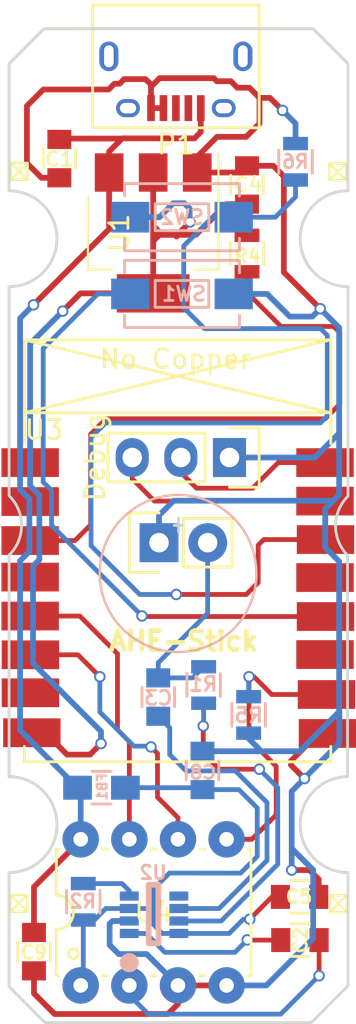
<source format=kicad_pcb>
(kicad_pcb (version 4) (host pcbnew 4.0.4-stable)

  (general
    (links 49)
    (no_connects 0)
    (area -7.69987 -9.675001 171.43 106.500001)
    (thickness 1.6)
    (drawings 53)
    (tracks 315)
    (zones 0)
    (modules 22)
    (nets 19)
  )

  (page A4)
  (layers
    (0 F.Cu signal)
    (31 B.Cu signal)
    (32 B.Adhes user hide)
    (33 F.Adhes user hide)
    (34 B.Paste user hide)
    (35 F.Paste user hide)
    (36 B.SilkS user)
    (37 F.SilkS user)
    (38 B.Mask user hide)
    (39 F.Mask user hide)
    (40 Dwgs.User user hide)
    (41 Cmts.User user hide)
    (42 Eco1.User user hide)
    (43 Eco2.User user hide)
    (44 Edge.Cuts user)
    (45 Margin user hide)
    (46 B.CrtYd user hide)
    (47 F.CrtYd user hide)
    (48 B.Fab user hide)
    (49 F.Fab user hide)
  )

  (setup
    (last_trace_width 0.25)
    (trace_clearance 0.2)
    (zone_clearance 0.508)
    (zone_45_only yes)
    (trace_min 0.2)
    (segment_width 0.127)
    (edge_width 0.15)
    (via_size 0.6)
    (via_drill 0.4)
    (via_min_size 0.4)
    (via_min_drill 0.3)
    (uvia_size 0.3)
    (uvia_drill 0.1)
    (uvias_allowed no)
    (uvia_min_size 0.2)
    (uvia_min_drill 0.1)
    (pcb_text_width 0.3)
    (pcb_text_size 1.5 1.5)
    (mod_edge_width 0.15)
    (mod_text_size 1 1)
    (mod_text_width 0.15)
    (pad_size 1.75 1.75)
    (pad_drill 1.5)
    (pad_to_mask_clearance 0.2)
    (aux_axis_origin 0 0)
    (visible_elements 7FFEFFFF)
    (pcbplotparams
      (layerselection 0x010f0_80000001)
      (usegerberextensions false)
      (excludeedgelayer true)
      (linewidth 0.100000)
      (plotframeref false)
      (viasonmask false)
      (mode 1)
      (useauxorigin false)
      (hpglpennumber 1)
      (hpglpenspeed 20)
      (hpglpendiameter 15)
      (hpglpenoverlay 2)
      (psnegative false)
      (psa4output false)
      (plotreference true)
      (plotvalue true)
      (plotinvisibletext false)
      (padsonsilk false)
      (subtractmaskfromsilk false)
      (outputformat 1)
      (mirror false)
      (drillshape 0)
      (scaleselection 1)
      (outputdirectory ""))
  )

  (net 0 "")
  (net 1 GND)
  (net 2 "Net-(C2-Pad1)")
  (net 3 "Net-(C3-Pad1)")
  (net 4 VCC)
  (net 5 ANALOG)
  (net 6 "Net-(P3-Pad2)")
  (net 7 "Net-(P3-Pad3)")
  (net 8 "Net-(R1-Pad1)")
  (net 9 "Net-(R4-Pad1)")
  (net 10 SS)
  (net 11 "Net-(R6-Pad2)")
  (net 12 "Net-(SW1-Pad1)")
  (net 13 MISO)
  (net 14 SCLK)
  (net 15 +5V)
  (net 16 "Net-(C3-Pad2)")
  (net 17 "Net-(C5-Pad2)")
  (net 18 "Net-(R2-Pad2)")

  (net_class Default "This is the default net class."
    (clearance 0.2)
    (trace_width 0.25)
    (via_dia 0.6)
    (via_drill 0.4)
    (uvia_dia 0.3)
    (uvia_drill 0.1)
    (add_net ANALOG)
    (add_net MISO)
    (add_net "Net-(C2-Pad1)")
    (add_net "Net-(C3-Pad1)")
    (add_net "Net-(C3-Pad2)")
    (add_net "Net-(C5-Pad2)")
    (add_net "Net-(P3-Pad2)")
    (add_net "Net-(P3-Pad3)")
    (add_net "Net-(R1-Pad1)")
    (add_net "Net-(R2-Pad2)")
    (add_net "Net-(R4-Pad1)")
    (add_net "Net-(R6-Pad2)")
    (add_net "Net-(SW1-Pad1)")
    (add_net SCLK)
    (add_net SS)
  )

  (net_class Power ""
    (clearance 0.2)
    (trace_width 0.3)
    (via_dia 0.6)
    (via_drill 0.4)
    (uvia_dia 0.3)
    (uvia_drill 0.1)
    (add_net +5V)
    (add_net GND)
    (add_net VCC)
  )

  (module TO_SOT_Packages_SMD:SOT-223 (layer F.Cu) (tedit 584D9980) (tstamp 584B2BF6)
    (at 149.675 65.25 270)
    (descr "module CMS SOT223 4 pins")
    (tags "CMS SOT")
    (path /58495D09)
    (attr smd)
    (fp_text reference U1 (at 0 1.775 270) (layer F.SilkS)
      (effects (font (size 1 1) (thickness 0.15)))
    )
    (fp_text value LM1117-3.3 (at -16.525 0.85 360) (layer F.Fab)
      (effects (font (size 1 1) (thickness 0.15)))
    )
    (fp_line (start 1.91 3.41) (end 1.91 2.15) (layer F.SilkS) (width 0.12))
    (fp_line (start 1.91 -3.41) (end 1.91 -2.15) (layer F.SilkS) (width 0.12))
    (fp_line (start 4.4 -3.6) (end -4.4 -3.6) (layer F.CrtYd) (width 0.05))
    (fp_line (start 4.4 3.6) (end 4.4 -3.6) (layer F.CrtYd) (width 0.05))
    (fp_line (start -4.4 3.6) (end 4.4 3.6) (layer F.CrtYd) (width 0.05))
    (fp_line (start -4.4 -3.6) (end -4.4 3.6) (layer F.CrtYd) (width 0.05))
    (fp_line (start -1.85 -3.35) (end -1.85 3.35) (layer F.Fab) (width 0.15))
    (fp_line (start -1.85 3.41) (end 1.91 3.41) (layer F.SilkS) (width 0.12))
    (fp_line (start -1.85 -3.35) (end 1.85 -3.35) (layer F.Fab) (width 0.15))
    (fp_line (start -4.1 -3.41) (end 1.91 -3.41) (layer F.SilkS) (width 0.12))
    (fp_line (start -1.85 3.35) (end 1.85 3.35) (layer F.Fab) (width 0.15))
    (fp_line (start 1.85 -3.35) (end 1.85 3.35) (layer F.Fab) (width 0.15))
    (pad 4 smd rect (at 3.15 0 270) (size 2 3.8) (layers F.Cu F.Paste F.Mask)
      (net 4 VCC))
    (pad 2 smd rect (at -3.15 0 270) (size 2 1.5) (layers F.Cu F.Paste F.Mask)
      (net 4 VCC))
    (pad 3 smd rect (at -3.15 2.3 270) (size 2 1.5) (layers F.Cu F.Paste F.Mask)
      (net 15 +5V))
    (pad 1 smd rect (at -3.15 -2.3 270) (size 2 1.5) (layers F.Cu F.Paste F.Mask)
      (net 1 GND))
    (model TO_SOT_Packages_SMD.3dshapes/SOT-223.wrl
      (at (xyz 0 0 0))
      (scale (xyz 0.4 0.4 0.4))
      (rotate (xyz 0 0 90))
    )
  )

  (module Capacitors_SMD:C_0805 (layer F.Cu) (tedit 584D9989) (tstamp 584B2B6F)
    (at 144.775 61.375 270)
    (descr "Capacitor SMD 0805, reflow soldering, AVX (see smccp.pdf)")
    (tags "capacitor 0805")
    (path /58496BB4)
    (attr smd)
    (fp_text reference C1 (at 0.025 0 360) (layer F.SilkS)
      (effects (font (size 0.75 0.75) (thickness 0.15)))
    )
    (fp_text value 0,1 (at 0.075 0 270) (layer F.Fab)
      (effects (font (size 1 1) (thickness 0.15)))
    )
    (fp_line (start -1 0.625) (end -1 -0.625) (layer F.Fab) (width 0.15))
    (fp_line (start 1 0.625) (end -1 0.625) (layer F.Fab) (width 0.15))
    (fp_line (start 1 -0.625) (end 1 0.625) (layer F.Fab) (width 0.15))
    (fp_line (start -1 -0.625) (end 1 -0.625) (layer F.Fab) (width 0.15))
    (fp_line (start -1.8 -1) (end 1.8 -1) (layer F.CrtYd) (width 0.05))
    (fp_line (start -1.8 1) (end 1.8 1) (layer F.CrtYd) (width 0.05))
    (fp_line (start -1.8 -1) (end -1.8 1) (layer F.CrtYd) (width 0.05))
    (fp_line (start 1.8 -1) (end 1.8 1) (layer F.CrtYd) (width 0.05))
    (fp_line (start 0.5 -0.85) (end -0.5 -0.85) (layer F.SilkS) (width 0.15))
    (fp_line (start -0.5 0.85) (end 0.5 0.85) (layer F.SilkS) (width 0.15))
    (pad 1 smd rect (at -1 0 270) (size 1 1.25) (layers F.Cu F.Paste F.Mask)
      (net 15 +5V))
    (pad 2 smd rect (at 1 0 270) (size 1 1.25) (layers F.Cu F.Paste F.Mask)
      (net 1 GND))
    (model Capacitors_SMD.3dshapes/C_0805.wrl
      (at (xyz 0 0 0))
      (scale (xyz 1 1 1))
      (rotate (xyz 0 0 0))
    )
  )

  (module Power_Integrations:PDIP-8 (layer F.Cu) (tedit 0) (tstamp 584B30D3)
    (at 149.7 100.675)
    (descr "PDIP-8 Standard 300mil 8pin Dual In Line Package")
    (tags "Power Integrations P Package")
    (path /58495F1E)
    (fp_text reference U4 (at 0 0) (layer F.SilkS)
      (effects (font (size 1 1) (thickness 0.15)))
    )
    (fp_text value MCP3201 (at 0 0) (layer F.Fab)
      (effects (font (size 1 1) (thickness 0.15)))
    )
    (fp_line (start -5.08 0.889) (end -5.08 3.302) (layer F.SilkS) (width 0.15))
    (fp_line (start -5.08 -0.889) (end -5.08 -3.302) (layer F.SilkS) (width 0.15))
    (fp_arc (start -5.08 0) (end -4.191 0) (angle 90) (layer F.SilkS) (width 0.15))
    (fp_arc (start -5.08 0) (end -5.08 -0.889) (angle 90) (layer F.SilkS) (width 0.15))
    (fp_circle (center -4.191 2.159) (end -3.937 2.159) (layer F.SilkS) (width 0.15))
    (fp_line (start 5.08 3.302) (end 4.953 3.302) (layer F.SilkS) (width 0.15))
    (fp_line (start 2.413 3.302) (end 2.667 3.302) (layer F.SilkS) (width 0.15))
    (fp_line (start -0.127 3.302) (end 0.127 3.302) (layer F.SilkS) (width 0.15))
    (fp_line (start -2.667 3.302) (end -2.413 3.302) (layer F.SilkS) (width 0.15))
    (fp_line (start -5.08 3.302) (end -4.953 3.302) (layer F.SilkS) (width 0.15))
    (fp_line (start -5.08 -3.302) (end -4.953 -3.302) (layer F.SilkS) (width 0.15))
    (fp_line (start 5.08 -3.302) (end 4.953 -3.302) (layer F.SilkS) (width 0.15))
    (fp_line (start 2.413 -3.302) (end 2.667 -3.302) (layer F.SilkS) (width 0.15))
    (fp_line (start -0.127 -3.302) (end 0.127 -3.302) (layer F.SilkS) (width 0.15))
    (fp_line (start -2.667 -3.302) (end -2.413 -3.302) (layer F.SilkS) (width 0.15))
    (fp_line (start 5.08 3.302) (end 5.08 -3.302) (layer F.SilkS) (width 0.15))
    (pad 1 thru_hole circle (at -3.81 3.81) (size 1.905 1.905) (drill 0.762) (layers *.Cu *.Mask)
      (net 17 "Net-(C5-Pad2)"))
    (pad 2 thru_hole circle (at -1.27 3.81) (size 1.905 1.905) (drill 0.762) (layers *.Cu *.Mask)
      (net 5 ANALOG))
    (pad 3 thru_hole circle (at 1.27 3.81) (size 1.905 1.905) (drill 0.762) (layers *.Cu *.Mask)
      (net 1 GND))
    (pad 4 thru_hole circle (at 3.81 3.81) (size 1.905 1.905) (drill 0.762) (layers *.Cu *.Mask)
      (net 1 GND))
    (pad 5 thru_hole circle (at 3.81 -3.81) (size 1.905 1.905) (drill 0.762) (layers *.Cu *.Mask)
      (net 10 SS))
    (pad 6 thru_hole circle (at 1.27 -3.81) (size 1.905 1.905) (drill 0.762) (layers *.Cu *.Mask)
      (net 13 MISO))
    (pad 7 thru_hole circle (at -1.27 -3.81) (size 1.905 1.905) (drill 0.762) (layers *.Cu *.Mask)
      (net 14 SCLK))
    (pad 8 thru_hole circle (at -3.81 -3.81) (size 1.905 1.905) (drill 0.762) (layers *.Cu *.Mask)
      (net 15 +5V))
  )

  (module Capacitors_SMD:C_0805 (layer F.Cu) (tedit 584E6F1D) (tstamp 584B2B75)
    (at 157.34 102.12)
    (descr "Capacitor SMD 0805, reflow soldering, AVX (see smccp.pdf)")
    (tags "capacitor 0805")
    (path /584C93B0)
    (attr smd)
    (fp_text reference C2 (at 0.025 0.01 90) (layer F.SilkS)
      (effects (font (size 0.7 0.7) (thickness 0.15)))
    )
    (fp_text value 0,1 (at 0.05 -0.05) (layer F.Fab) hide
      (effects (font (size 1 1) (thickness 0.15)))
    )
    (fp_line (start -1 0.625) (end -1 -0.625) (layer F.Fab) (width 0.15))
    (fp_line (start 1 0.625) (end -1 0.625) (layer F.Fab) (width 0.15))
    (fp_line (start 1 -0.625) (end 1 0.625) (layer F.Fab) (width 0.15))
    (fp_line (start -1 -0.625) (end 1 -0.625) (layer F.Fab) (width 0.15))
    (fp_line (start -1.8 -1) (end 1.8 -1) (layer F.CrtYd) (width 0.05))
    (fp_line (start -1.8 1) (end 1.8 1) (layer F.CrtYd) (width 0.05))
    (fp_line (start -1.8 -1) (end -1.8 1) (layer F.CrtYd) (width 0.05))
    (fp_line (start 1.8 -1) (end 1.8 1) (layer F.CrtYd) (width 0.05))
    (fp_line (start 0.5 -0.85) (end -0.5 -0.85) (layer F.SilkS) (width 0.15))
    (fp_line (start -0.5 0.85) (end 0.5 0.85) (layer F.SilkS) (width 0.15))
    (pad 1 smd rect (at -1 0) (size 1 1.25) (layers F.Cu F.Paste F.Mask)
      (net 2 "Net-(C2-Pad1)"))
    (pad 2 smd rect (at 1 0) (size 1 1.25) (layers F.Cu F.Paste F.Mask)
      (net 5 ANALOG))
    (model Capacitors_SMD.3dshapes/C_0805.wrl
      (at (xyz 0 0 0))
      (scale (xyz 1 1 1))
      (rotate (xyz 0 0 0))
    )
  )

  (module Capacitors_SMD:C_0805 (layer B.Cu) (tedit 584DCAA0) (tstamp 584B2B7B)
    (at 149.94 89.45 270)
    (descr "Capacitor SMD 0805, reflow soldering, AVX (see smccp.pdf)")
    (tags "capacitor 0805")
    (path /584C9919)
    (attr smd)
    (fp_text reference C3 (at 0.05 0 360) (layer B.SilkS)
      (effects (font (size 0.75 0.75) (thickness 0.15)) (justify mirror))
    )
    (fp_text value 0,1 (at 0 -2.1 270) (layer B.Fab)
      (effects (font (size 1 1) (thickness 0.15)) (justify mirror))
    )
    (fp_line (start -1 -0.625) (end -1 0.625) (layer B.Fab) (width 0.15))
    (fp_line (start 1 -0.625) (end -1 -0.625) (layer B.Fab) (width 0.15))
    (fp_line (start 1 0.625) (end 1 -0.625) (layer B.Fab) (width 0.15))
    (fp_line (start -1 0.625) (end 1 0.625) (layer B.Fab) (width 0.15))
    (fp_line (start -1.8 1) (end 1.8 1) (layer B.CrtYd) (width 0.05))
    (fp_line (start -1.8 -1) (end 1.8 -1) (layer B.CrtYd) (width 0.05))
    (fp_line (start -1.8 1) (end -1.8 -1) (layer B.CrtYd) (width 0.05))
    (fp_line (start 1.8 1) (end 1.8 -1) (layer B.CrtYd) (width 0.05))
    (fp_line (start 0.5 0.85) (end -0.5 0.85) (layer B.SilkS) (width 0.15))
    (fp_line (start -0.5 -0.85) (end 0.5 -0.85) (layer B.SilkS) (width 0.15))
    (pad 1 smd rect (at -1 0 270) (size 1 1.25) (layers B.Cu B.Paste B.Mask)
      (net 3 "Net-(C3-Pad1)"))
    (pad 2 smd rect (at 1 0 270) (size 1 1.25) (layers B.Cu B.Paste B.Mask)
      (net 16 "Net-(C3-Pad2)"))
    (model Capacitors_SMD.3dshapes/C_0805.wrl
      (at (xyz 0 0 0))
      (scale (xyz 1 1 1))
      (rotate (xyz 0 0 0))
    )
  )

  (module Capacitors_SMD:C_0805 (layer F.Cu) (tedit 584D9973) (tstamp 584B2B81)
    (at 154.575 62.75 90)
    (descr "Capacitor SMD 0805, reflow soldering, AVX (see smccp.pdf)")
    (tags "capacitor 0805")
    (path /58496C2E)
    (attr smd)
    (fp_text reference C4 (at 0.025 0.05 180) (layer F.SilkS)
      (effects (font (size 0.75 0.75) (thickness 0.125)))
    )
    (fp_text value 10 (at -0.125 0.05 90) (layer F.Fab)
      (effects (font (size 1 1) (thickness 0.15)))
    )
    (fp_line (start -1 0.625) (end -1 -0.625) (layer F.Fab) (width 0.15))
    (fp_line (start 1 0.625) (end -1 0.625) (layer F.Fab) (width 0.15))
    (fp_line (start 1 -0.625) (end 1 0.625) (layer F.Fab) (width 0.15))
    (fp_line (start -1 -0.625) (end 1 -0.625) (layer F.Fab) (width 0.15))
    (fp_line (start -1.8 -1) (end 1.8 -1) (layer F.CrtYd) (width 0.05))
    (fp_line (start -1.8 1) (end 1.8 1) (layer F.CrtYd) (width 0.05))
    (fp_line (start -1.8 -1) (end -1.8 1) (layer F.CrtYd) (width 0.05))
    (fp_line (start 1.8 -1) (end 1.8 1) (layer F.CrtYd) (width 0.05))
    (fp_line (start 0.5 -0.85) (end -0.5 -0.85) (layer F.SilkS) (width 0.15))
    (fp_line (start -0.5 0.85) (end 0.5 0.85) (layer F.SilkS) (width 0.15))
    (pad 1 smd rect (at -1 0 90) (size 1 1.25) (layers F.Cu F.Paste F.Mask)
      (net 4 VCC))
    (pad 2 smd rect (at 1 0 90) (size 1 1.25) (layers F.Cu F.Paste F.Mask)
      (net 1 GND))
    (model Capacitors_SMD.3dshapes/C_0805.wrl
      (at (xyz 0 0 0))
      (scale (xyz 1 1 1))
      (rotate (xyz 0 0 0))
    )
  )

  (module Capacitors_SMD:C_0805 (layer F.Cu) (tedit 584E7050) (tstamp 584B2B87)
    (at 157.32 99.87 180)
    (descr "Capacitor SMD 0805, reflow soldering, AVX (see smccp.pdf)")
    (tags "capacitor 0805")
    (path /584C9688)
    (attr smd)
    (fp_text reference C5 (at 0.03 0.01 360) (layer F.SilkS)
      (effects (font (size 0.7 0.7) (thickness 0.15)))
    )
    (fp_text value 0,1 (at 0 2.1 180) (layer F.Fab)
      (effects (font (size 1 1) (thickness 0.15)))
    )
    (fp_line (start -1 0.625) (end -1 -0.625) (layer F.Fab) (width 0.15))
    (fp_line (start 1 0.625) (end -1 0.625) (layer F.Fab) (width 0.15))
    (fp_line (start 1 -0.625) (end 1 0.625) (layer F.Fab) (width 0.15))
    (fp_line (start -1 -0.625) (end 1 -0.625) (layer F.Fab) (width 0.15))
    (fp_line (start -1.8 -1) (end 1.8 -1) (layer F.CrtYd) (width 0.05))
    (fp_line (start -1.8 1) (end 1.8 1) (layer F.CrtYd) (width 0.05))
    (fp_line (start -1.8 -1) (end -1.8 1) (layer F.CrtYd) (width 0.05))
    (fp_line (start 1.8 -1) (end 1.8 1) (layer F.CrtYd) (width 0.05))
    (fp_line (start 0.5 -0.85) (end -0.5 -0.85) (layer F.SilkS) (width 0.15))
    (fp_line (start -0.5 0.85) (end 0.5 0.85) (layer F.SilkS) (width 0.15))
    (pad 1 smd rect (at -1 0 180) (size 1 1.25) (layers F.Cu F.Paste F.Mask)
      (net 1 GND))
    (pad 2 smd rect (at 1 0 180) (size 1 1.25) (layers F.Cu F.Paste F.Mask)
      (net 17 "Net-(C5-Pad2)"))
    (model Capacitors_SMD.3dshapes/C_0805.wrl
      (at (xyz 0 0 0))
      (scale (xyz 1 1 1))
      (rotate (xyz 0 0 0))
    )
  )

  (module Capacitors_SMD:C_0805 (layer B.Cu) (tedit 584E6F00) (tstamp 584B2B99)
    (at 152.25 93.275 270)
    (descr "Capacitor SMD 0805, reflow soldering, AVX (see smccp.pdf)")
    (tags "capacitor 0805")
    (path /58499029)
    (attr smd)
    (fp_text reference C8 (at 0.105 -0.02 360) (layer B.SilkS)
      (effects (font (size 0.7 0.7) (thickness 0.15)) (justify mirror))
    )
    (fp_text value 0,1 (at 0 -2.1 270) (layer B.Fab)
      (effects (font (size 1 1) (thickness 0.15)) (justify mirror))
    )
    (fp_line (start -1 -0.625) (end -1 0.625) (layer B.Fab) (width 0.15))
    (fp_line (start 1 -0.625) (end -1 -0.625) (layer B.Fab) (width 0.15))
    (fp_line (start 1 0.625) (end 1 -0.625) (layer B.Fab) (width 0.15))
    (fp_line (start -1 0.625) (end 1 0.625) (layer B.Fab) (width 0.15))
    (fp_line (start -1.8 1) (end 1.8 1) (layer B.CrtYd) (width 0.05))
    (fp_line (start -1.8 -1) (end 1.8 -1) (layer B.CrtYd) (width 0.05))
    (fp_line (start -1.8 1) (end -1.8 -1) (layer B.CrtYd) (width 0.05))
    (fp_line (start 1.8 1) (end 1.8 -1) (layer B.CrtYd) (width 0.05))
    (fp_line (start 0.5 0.85) (end -0.5 0.85) (layer B.SilkS) (width 0.15))
    (fp_line (start -0.5 -0.85) (end 0.5 -0.85) (layer B.SilkS) (width 0.15))
    (pad 1 smd rect (at -1 0 270) (size 1 1.25) (layers B.Cu B.Paste B.Mask)
      (net 1 GND))
    (pad 2 smd rect (at 1 0 270) (size 1 1.25) (layers B.Cu B.Paste B.Mask)
      (net 17 "Net-(C5-Pad2)"))
    (model Capacitors_SMD.3dshapes/C_0805.wrl
      (at (xyz 0 0 0))
      (scale (xyz 1 1 1))
      (rotate (xyz 0 0 0))
    )
  )

  (module Capacitors_SMD:C_0805 (layer F.Cu) (tedit 584E6F14) (tstamp 584B2B9F)
    (at 143.45 102.725 90)
    (descr "Capacitor SMD 0805, reflow soldering, AVX (see smccp.pdf)")
    (tags "capacitor 0805")
    (path /584989F9)
    (attr smd)
    (fp_text reference C9 (at -0.035 -0.01 180) (layer F.SilkS)
      (effects (font (size 0.7 0.7) (thickness 0.15)))
    )
    (fp_text value 0,1 (at 0 2.1 90) (layer F.Fab)
      (effects (font (size 1 1) (thickness 0.15)))
    )
    (fp_line (start -1 0.625) (end -1 -0.625) (layer F.Fab) (width 0.15))
    (fp_line (start 1 0.625) (end -1 0.625) (layer F.Fab) (width 0.15))
    (fp_line (start 1 -0.625) (end 1 0.625) (layer F.Fab) (width 0.15))
    (fp_line (start -1 -0.625) (end 1 -0.625) (layer F.Fab) (width 0.15))
    (fp_line (start -1.8 -1) (end 1.8 -1) (layer F.CrtYd) (width 0.05))
    (fp_line (start -1.8 1) (end 1.8 1) (layer F.CrtYd) (width 0.05))
    (fp_line (start -1.8 -1) (end -1.8 1) (layer F.CrtYd) (width 0.05))
    (fp_line (start 1.8 -1) (end 1.8 1) (layer F.CrtYd) (width 0.05))
    (fp_line (start 0.5 -0.85) (end -0.5 -0.85) (layer F.SilkS) (width 0.15))
    (fp_line (start -0.5 0.85) (end 0.5 0.85) (layer F.SilkS) (width 0.15))
    (pad 1 smd rect (at -1 0 90) (size 1 1.25) (layers F.Cu F.Paste F.Mask)
      (net 1 GND))
    (pad 2 smd rect (at 1 0 90) (size 1 1.25) (layers F.Cu F.Paste F.Mask)
      (net 15 +5V))
    (model Capacitors_SMD.3dshapes/C_0805.wrl
      (at (xyz 0 0 0))
      (scale (xyz 1 1 1))
      (rotate (xyz 0 0 0))
    )
  )

  (module Capacitors_SMD:C_0805_HandSoldering (layer B.Cu) (tedit 584E6F0A) (tstamp 584B2BA5)
    (at 146.975 94.175 180)
    (descr "Capacitor SMD 0805, hand soldering")
    (tags "capacitor 0805")
    (path /5849DA18)
    (attr smd)
    (fp_text reference FB1 (at -0.035 0.045 270) (layer B.SilkS)
      (effects (font (size 0.5 0.5) (thickness 0.125)) (justify mirror))
    )
    (fp_text value FERRITE (at 0 -2.1 180) (layer B.Fab)
      (effects (font (size 1 1) (thickness 0.15)) (justify mirror))
    )
    (fp_line (start -1 -0.625) (end -1 0.625) (layer B.Fab) (width 0.15))
    (fp_line (start 1 -0.625) (end -1 -0.625) (layer B.Fab) (width 0.15))
    (fp_line (start 1 0.625) (end 1 -0.625) (layer B.Fab) (width 0.15))
    (fp_line (start -1 0.625) (end 1 0.625) (layer B.Fab) (width 0.15))
    (fp_line (start -2.3 1) (end 2.3 1) (layer B.CrtYd) (width 0.05))
    (fp_line (start -2.3 -1) (end 2.3 -1) (layer B.CrtYd) (width 0.05))
    (fp_line (start -2.3 1) (end -2.3 -1) (layer B.CrtYd) (width 0.05))
    (fp_line (start 2.3 1) (end 2.3 -1) (layer B.CrtYd) (width 0.05))
    (fp_line (start 0.5 0.85) (end -0.5 0.85) (layer B.SilkS) (width 0.15))
    (fp_line (start -0.5 -0.85) (end 0.5 -0.85) (layer B.SilkS) (width 0.15))
    (pad 1 smd rect (at -1.25 0 180) (size 1.5 1.25) (layers B.Cu B.Paste B.Mask)
      (net 17 "Net-(C5-Pad2)"))
    (pad 2 smd rect (at 1.25 0 180) (size 1.5 1.25) (layers B.Cu B.Paste B.Mask)
      (net 15 +5V))
    (model Capacitors_SMD.3dshapes/C_0805_HandSoldering.wrl
      (at (xyz 0 0 0))
      (scale (xyz 1 1 1))
      (rotate (xyz 0 0 0))
    )
  )

  (module Socket_Strips:Socket_Strip_Straight_1x02 (layer F.Cu) (tedit 584DCAB4) (tstamp 584B2BB5)
    (at 149.98 81.4)
    (descr "Through hole socket strip")
    (tags "socket strip")
    (path /58497FE6)
    (fp_text reference P2 (at 20.375 -0.525 90) (layer F.SilkS) hide
      (effects (font (size 1 1) (thickness 0.15)))
    )
    (fp_text value MIC (at 0 -3.1) (layer F.Fab)
      (effects (font (size 1 1) (thickness 0.15)))
    )
    (fp_line (start -1.55 1.55) (end 0 1.55) (layer F.SilkS) (width 0.15))
    (fp_line (start 3.81 1.27) (end 1.27 1.27) (layer F.SilkS) (width 0.15))
    (fp_line (start -1.75 -1.75) (end -1.75 1.75) (layer F.CrtYd) (width 0.05))
    (fp_line (start 4.3 -1.75) (end 4.3 1.75) (layer F.CrtYd) (width 0.05))
    (fp_line (start -1.75 -1.75) (end 4.3 -1.75) (layer F.CrtYd) (width 0.05))
    (fp_line (start -1.75 1.75) (end 4.3 1.75) (layer F.CrtYd) (width 0.05))
    (fp_line (start 1.27 1.27) (end 1.27 -1.27) (layer F.SilkS) (width 0.15))
    (fp_line (start 0 -1.55) (end -1.55 -1.55) (layer F.SilkS) (width 0.15))
    (fp_line (start -1.55 -1.55) (end -1.55 1.55) (layer F.SilkS) (width 0.15))
    (fp_line (start 1.27 -1.27) (end 3.81 -1.27) (layer F.SilkS) (width 0.15))
    (fp_line (start 3.81 -1.27) (end 3.81 1.27) (layer F.SilkS) (width 0.15))
    (pad 1 thru_hole rect (at 0 0) (size 2.032 2.032) (drill 1.016) (layers *.Cu *.Mask)
      (net 1 GND))
    (pad 2 thru_hole oval (at 2.54 0) (size 2.032 2.032) (drill 1.016) (layers *.Cu *.Mask)
      (net 3 "Net-(C3-Pad1)"))
    (model Socket_Strips.3dshapes/Socket_Strip_Straight_1x02.wrl
      (at (xyz 0.05 0 0))
      (scale (xyz 1 1 1))
      (rotate (xyz 0 0 180))
    )
  )

  (module Socket_Strips:Socket_Strip_Straight_1x03 (layer F.Cu) (tedit 584E8544) (tstamp 584B2BBC)
    (at 153.66 76.96 180)
    (descr "Through hole socket strip")
    (tags "socket strip")
    (path /58496661)
    (fp_text reference Debug (at 7.03 0.01 450) (layer F.SilkS)
      (effects (font (size 1 1) (thickness 0.15)))
    )
    (fp_text value Debug (at 0 -3.1 180) (layer F.Fab)
      (effects (font (size 1 1) (thickness 0.15)))
    )
    (fp_line (start 0 -1.55) (end -1.55 -1.55) (layer F.SilkS) (width 0.15))
    (fp_line (start -1.55 -1.55) (end -1.55 1.55) (layer F.SilkS) (width 0.15))
    (fp_line (start -1.55 1.55) (end 0 1.55) (layer F.SilkS) (width 0.15))
    (fp_line (start -1.75 -1.75) (end -1.75 1.75) (layer F.CrtYd) (width 0.05))
    (fp_line (start 6.85 -1.75) (end 6.85 1.75) (layer F.CrtYd) (width 0.05))
    (fp_line (start -1.75 -1.75) (end 6.85 -1.75) (layer F.CrtYd) (width 0.05))
    (fp_line (start -1.75 1.75) (end 6.85 1.75) (layer F.CrtYd) (width 0.05))
    (fp_line (start 1.27 -1.27) (end 6.35 -1.27) (layer F.SilkS) (width 0.15))
    (fp_line (start 6.35 -1.27) (end 6.35 1.27) (layer F.SilkS) (width 0.15))
    (fp_line (start 6.35 1.27) (end 1.27 1.27) (layer F.SilkS) (width 0.15))
    (fp_line (start 1.27 1.27) (end 1.27 -1.27) (layer F.SilkS) (width 0.15))
    (pad 1 thru_hole rect (at 0 0 180) (size 1.7272 2.032) (drill 1.016) (layers *.Cu *.Mask)
      (net 1 GND))
    (pad 2 thru_hole oval (at 2.54 0 180) (size 1.7272 2.032) (drill 1.016) (layers *.Cu *.Mask)
      (net 6 "Net-(P3-Pad2)"))
    (pad 3 thru_hole oval (at 5.08 0 180) (size 1.7272 2.032) (drill 1.016) (layers *.Cu *.Mask)
      (net 7 "Net-(P3-Pad3)"))
    (model Socket_Strips.3dshapes/Socket_Strip_Straight_1x03.wrl
      (at (xyz 0.1 0 0))
      (scale (xyz 1 1 1))
      (rotate (xyz 0 0 180))
    )
  )

  (module Resistors_SMD:R_0805 (layer B.Cu) (tedit 584DCA97) (tstamp 584B2BC2)
    (at 152.31 88.82 90)
    (descr "Resistor SMD 0805, reflow soldering, Vishay (see dcrcw.pdf)")
    (tags "resistor 0805")
    (path /584C9A90)
    (attr smd)
    (fp_text reference R1 (at 0.05 -0.025 180) (layer B.SilkS)
      (effects (font (size 0.75 0.75) (thickness 0.15)) (justify mirror))
    )
    (fp_text value 2,2k (at 0 -2.1 90) (layer B.Fab)
      (effects (font (size 1 1) (thickness 0.15)) (justify mirror))
    )
    (fp_line (start -1 -0.625) (end -1 0.625) (layer B.Fab) (width 0.1))
    (fp_line (start 1 -0.625) (end -1 -0.625) (layer B.Fab) (width 0.1))
    (fp_line (start 1 0.625) (end 1 -0.625) (layer B.Fab) (width 0.1))
    (fp_line (start -1 0.625) (end 1 0.625) (layer B.Fab) (width 0.1))
    (fp_line (start -1.6 1) (end 1.6 1) (layer B.CrtYd) (width 0.05))
    (fp_line (start -1.6 -1) (end 1.6 -1) (layer B.CrtYd) (width 0.05))
    (fp_line (start -1.6 1) (end -1.6 -1) (layer B.CrtYd) (width 0.05))
    (fp_line (start 1.6 1) (end 1.6 -1) (layer B.CrtYd) (width 0.05))
    (fp_line (start 0.6 -0.875) (end -0.6 -0.875) (layer B.SilkS) (width 0.15))
    (fp_line (start -0.6 0.875) (end 0.6 0.875) (layer B.SilkS) (width 0.15))
    (pad 1 smd rect (at -0.95 0 90) (size 0.7 1.3) (layers B.Cu B.Paste B.Mask)
      (net 8 "Net-(R1-Pad1)"))
    (pad 2 smd rect (at 0.95 0 90) (size 0.7 1.3) (layers B.Cu B.Paste B.Mask)
      (net 3 "Net-(C3-Pad1)"))
    (model Resistors_SMD.3dshapes/R_0805.wrl
      (at (xyz 0 0 0))
      (scale (xyz 1 1 1))
      (rotate (xyz 0 0 0))
    )
  )

  (module Resistors_SMD:R_0805 (layer F.Cu) (tedit 584E6C3D) (tstamp 584B2BD4)
    (at 154.575 66.325 90)
    (descr "Resistor SMD 0805, reflow soldering, Vishay (see dcrcw.pdf)")
    (tags "resistor 0805")
    (path /58496E46)
    (attr smd)
    (fp_text reference R4 (at -0.125 0.025 180) (layer F.SilkS)
      (effects (font (size 0.7 0.7) (thickness 0.15)))
    )
    (fp_text value 10k (at 0 2.1 90) (layer F.Fab)
      (effects (font (size 1 1) (thickness 0.15)))
    )
    (fp_line (start -1 0.625) (end -1 -0.625) (layer F.Fab) (width 0.1))
    (fp_line (start 1 0.625) (end -1 0.625) (layer F.Fab) (width 0.1))
    (fp_line (start 1 -0.625) (end 1 0.625) (layer F.Fab) (width 0.1))
    (fp_line (start -1 -0.625) (end 1 -0.625) (layer F.Fab) (width 0.1))
    (fp_line (start -1.6 -1) (end 1.6 -1) (layer F.CrtYd) (width 0.05))
    (fp_line (start -1.6 1) (end 1.6 1) (layer F.CrtYd) (width 0.05))
    (fp_line (start -1.6 -1) (end -1.6 1) (layer F.CrtYd) (width 0.05))
    (fp_line (start 1.6 -1) (end 1.6 1) (layer F.CrtYd) (width 0.05))
    (fp_line (start 0.6 0.875) (end -0.6 0.875) (layer F.SilkS) (width 0.15))
    (fp_line (start -0.6 -0.875) (end 0.6 -0.875) (layer F.SilkS) (width 0.15))
    (pad 1 smd rect (at -0.95 0 90) (size 0.7 1.3) (layers F.Cu F.Paste F.Mask)
      (net 9 "Net-(R4-Pad1)"))
    (pad 2 smd rect (at 0.95 0 90) (size 0.7 1.3) (layers F.Cu F.Paste F.Mask)
      (net 4 VCC))
    (model Resistors_SMD.3dshapes/R_0805.wrl
      (at (xyz 0 0 0))
      (scale (xyz 1 1 1))
      (rotate (xyz 0 0 0))
    )
  )

  (module Resistors_SMD:R_0805 (layer B.Cu) (tedit 584E6F23) (tstamp 584B2BDA)
    (at 154.66 90.38 270)
    (descr "Resistor SMD 0805, reflow soldering, Vishay (see dcrcw.pdf)")
    (tags "resistor 0805")
    (path /58497D8F)
    (attr smd)
    (fp_text reference R5 (at 0.02 -0.005 540) (layer B.SilkS)
      (effects (font (size 0.75 0.75) (thickness 0.15)) (justify mirror))
    )
    (fp_text value 10k (at 0 -2.1 270) (layer B.Fab)
      (effects (font (size 1 1) (thickness 0.15)) (justify mirror))
    )
    (fp_line (start -1 -0.625) (end -1 0.625) (layer B.Fab) (width 0.1))
    (fp_line (start 1 -0.625) (end -1 -0.625) (layer B.Fab) (width 0.1))
    (fp_line (start 1 0.625) (end 1 -0.625) (layer B.Fab) (width 0.1))
    (fp_line (start -1 0.625) (end 1 0.625) (layer B.Fab) (width 0.1))
    (fp_line (start -1.6 1) (end 1.6 1) (layer B.CrtYd) (width 0.05))
    (fp_line (start -1.6 -1) (end 1.6 -1) (layer B.CrtYd) (width 0.05))
    (fp_line (start -1.6 1) (end -1.6 -1) (layer B.CrtYd) (width 0.05))
    (fp_line (start 1.6 1) (end 1.6 -1) (layer B.CrtYd) (width 0.05))
    (fp_line (start 0.6 -0.875) (end -0.6 -0.875) (layer B.SilkS) (width 0.15))
    (fp_line (start -0.6 0.875) (end 0.6 0.875) (layer B.SilkS) (width 0.15))
    (pad 1 smd rect (at -0.95 0 270) (size 0.7 1.3) (layers B.Cu B.Paste B.Mask)
      (net 10 SS))
    (pad 2 smd rect (at 0.95 0 270) (size 0.7 1.3) (layers B.Cu B.Paste B.Mask)
      (net 1 GND))
    (model Resistors_SMD.3dshapes/R_0805.wrl
      (at (xyz 0 0 0))
      (scale (xyz 1 1 1))
      (rotate (xyz 0 0 0))
    )
  )

  (module Resistors_SMD:R_0805 (layer B.Cu) (tedit 584E81A8) (tstamp 584B2BE0)
    (at 157.11 61.54 270)
    (descr "Resistor SMD 0805, reflow soldering, Vishay (see dcrcw.pdf)")
    (tags "resistor 0805")
    (path /584974BB)
    (attr smd)
    (fp_text reference R6 (at -0.01 0.01 540) (layer B.SilkS)
      (effects (font (size 0.7 0.7) (thickness 0.15)) (justify mirror))
    )
    (fp_text value 10k (at 0 -2.1 270) (layer B.Fab)
      (effects (font (size 1 1) (thickness 0.15)) (justify mirror))
    )
    (fp_line (start -1 -0.625) (end -1 0.625) (layer B.Fab) (width 0.1))
    (fp_line (start 1 -0.625) (end -1 -0.625) (layer B.Fab) (width 0.1))
    (fp_line (start 1 0.625) (end 1 -0.625) (layer B.Fab) (width 0.1))
    (fp_line (start -1 0.625) (end 1 0.625) (layer B.Fab) (width 0.1))
    (fp_line (start -1.6 1) (end 1.6 1) (layer B.CrtYd) (width 0.05))
    (fp_line (start -1.6 -1) (end 1.6 -1) (layer B.CrtYd) (width 0.05))
    (fp_line (start -1.6 1) (end -1.6 -1) (layer B.CrtYd) (width 0.05))
    (fp_line (start 1.6 1) (end 1.6 -1) (layer B.CrtYd) (width 0.05))
    (fp_line (start 0.6 -0.875) (end -0.6 -0.875) (layer B.SilkS) (width 0.15))
    (fp_line (start -0.6 0.875) (end 0.6 0.875) (layer B.SilkS) (width 0.15))
    (pad 1 smd rect (at -0.95 0 270) (size 0.7 1.3) (layers B.Cu B.Paste B.Mask)
      (net 1 GND))
    (pad 2 smd rect (at 0.95 0 270) (size 0.7 1.3) (layers B.Cu B.Paste B.Mask)
      (net 11 "Net-(R6-Pad2)"))
    (model Resistors_SMD.3dshapes/R_0805.wrl
      (at (xyz 0 0 0))
      (scale (xyz 1 1 1))
      (rotate (xyz 0 0 0))
    )
  )

  (module Buttons_Switches_SMD:SW_SPST_EVQPE1 (layer B.Cu) (tedit 584B3295) (tstamp 584B2BEE)
    (at 151.18 64.43 180)
    (descr "Light Touch Switch")
    (path /5849753C)
    (attr smd)
    (fp_text reference SW2 (at 0 0 180) (layer B.SilkS)
      (effects (font (size 0.75 0.75) (thickness 0.15)) (justify mirror))
    )
    (fp_text value SW_PUSH (at 0 -3 180) (layer B.Fab) hide
      (effects (font (size 1 1) (thickness 0.15)) (justify mirror))
    )
    (fp_line (start -1.4 0.7) (end 1.4 0.7) (layer B.SilkS) (width 0.15))
    (fp_line (start 1.4 0.7) (end 1.4 -0.7) (layer B.SilkS) (width 0.15))
    (fp_line (start 1.4 -0.7) (end -1.4 -0.7) (layer B.SilkS) (width 0.15))
    (fp_line (start -1.4 -0.7) (end -1.4 0.7) (layer B.SilkS) (width 0.15))
    (fp_line (start -3.95 2) (end 3.95 2) (layer B.CrtYd) (width 0.05))
    (fp_line (start 3.95 2) (end 3.95 -2) (layer B.CrtYd) (width 0.05))
    (fp_line (start 3.95 -2) (end -3.95 -2) (layer B.CrtYd) (width 0.05))
    (fp_line (start -3.95 -2) (end -3.95 2) (layer B.CrtYd) (width 0.05))
    (fp_line (start 3 1.75) (end 3 1.1) (layer B.SilkS) (width 0.15))
    (fp_line (start 3 -1.75) (end 3 -1.1) (layer B.SilkS) (width 0.15))
    (fp_line (start -3 -1.1) (end -3 -1.75) (layer B.SilkS) (width 0.15))
    (fp_line (start -3 1.75) (end -3 1.1) (layer B.SilkS) (width 0.15))
    (fp_line (start 3 1.75) (end -3 1.75) (layer B.SilkS) (width 0.15))
    (fp_line (start -3 -1.75) (end 3 -1.75) (layer B.SilkS) (width 0.15))
    (pad 2 smd rect (at 2.7 0 180) (size 2 1.6) (layers B.Cu B.Paste B.Mask)
      (net 4 VCC))
    (pad 1 smd rect (at -2.7 0 180) (size 2 1.6) (layers B.Cu B.Paste B.Mask)
      (net 11 "Net-(R6-Pad2)"))
  )

  (module ASKicadLib:ESP-07_AS (layer F.Cu) (tedit 58565997) (tstamp 584B2C25)
    (at 143.95 77.225)
    (descr "Module, ESP-8266, ESP-07v2, 16 pad, SMD")
    (tags "Module ESP-8266 ESP8266")
    (path /58495FE2)
    (fp_text reference U3 (at 0.025 -1.7 180) (layer F.SilkS)
      (effects (font (size 1 1) (thickness 0.15)))
    )
    (fp_text value ESP-07v2 (at 7.25 2.25) (layer F.Fab)
      (effects (font (size 1 1) (thickness 0.15)))
    )
    (fp_line (start -2.25 -0.5) (end -2.25 -6.65) (layer F.CrtYd) (width 0.05))
    (fp_line (start -2.25 -6.65) (end 16.25 -6.65) (layer F.CrtYd) (width 0.05))
    (fp_line (start 16.25 -6.65) (end 16.25 16) (layer F.CrtYd) (width 0.05))
    (fp_line (start 16.25 16) (end -2.25 16) (layer F.CrtYd) (width 0.05))
    (fp_line (start -2.25 16) (end -2.25 -0.5) (layer F.CrtYd) (width 0.05))
    (fp_line (start -1 -6.4) (end 15 -6.4) (layer F.SilkS) (width 0.1524))
    (fp_line (start 15 -6.4) (end 15 -1) (layer F.SilkS) (width 0.1524))
    (fp_line (start -1 -6.4) (end -1 -1) (layer F.SilkS) (width 0.1524))
    (fp_line (start -1 14.8) (end -1 15.6) (layer F.SilkS) (width 0.1524))
    (fp_line (start -1 15.6) (end 15 15.6) (layer F.SilkS) (width 0.1524))
    (fp_line (start 15 15.6) (end 15 14.8) (layer F.SilkS) (width 0.1524))
    (fp_line (start 15 -6.4) (end -1 -2.6) (layer F.SilkS) (width 0.1524))
    (fp_line (start -1 -6.4) (end 15 -2.6) (layer F.SilkS) (width 0.1524))
    (fp_text user "No Copper" (at 6.892 -5.4) (layer F.SilkS)
      (effects (font (size 1 1) (thickness 0.15)))
    )
    (fp_line (start -1.008 -2.6) (end 14.992 -2.6) (layer F.SilkS) (width 0.1524))
    (fp_line (start 15 -6.4) (end 15 15.6) (layer F.Fab) (width 0.05))
    (fp_line (start 15 15.6) (end -1 15.6) (layer F.Fab) (width 0.05))
    (fp_line (start -1.008 15.6) (end -1.008 -6.4) (layer F.Fab) (width 0.05))
    (fp_line (start -1 -6.4) (end 15 -6.4) (layer F.Fab) (width 0.05))
    (pad 9 smd rect (at 14.127 14.1224) (size 3 1.5) (drill (offset 0.7 0)) (layers F.Cu F.Paste F.Mask)
      (net 1 GND))
    (pad 10 smd rect (at 14.0762 12.0904) (size 3 1.5) (drill (offset 0.7 0)) (layers F.Cu F.Paste F.Mask)
      (net 10 SS))
    (pad 11 smd rect (at 14 10.0076) (size 3 1.5) (drill (offset 0.7 0)) (layers F.Cu F.Paste F.Mask))
    (pad 12 smd rect (at 14.0254 8.0264) (size 3 1.5) (drill (offset 0.7 0)) (layers F.Cu F.Paste F.Mask)
      (net 12 "Net-(SW1-Pad1)"))
    (pad 13 smd rect (at 14 5.9944) (size 3 1.5) (drill (offset 0.7 0)) (layers F.Cu F.Paste F.Mask))
    (pad 14 smd rect (at 14.0254 4.0132) (size 3 1.5) (drill (offset 0.7 0)) (layers F.Cu F.Paste F.Mask)
      (net 11 "Net-(R6-Pad2)"))
    (pad 15 smd rect (at 14 2.0066) (size 3 1.5) (drill (offset 0.7 0)) (layers F.Cu F.Paste F.Mask)
      (net 7 "Net-(P3-Pad3)"))
    (pad 8 smd rect (at 0.0889 14.0843) (size 3 1.5) (drill (offset -0.7 0)) (layers F.Cu F.Paste F.Mask)
      (net 4 VCC))
    (pad 7 smd rect (at 0.0127 12.0015) (size 3 1.5) (drill (offset -0.7 0)) (layers F.Cu F.Paste F.Mask))
    (pad 6 smd rect (at 0.0127 10.0203) (size 3 1.5) (drill (offset -0.7 0)) (layers F.Cu F.Paste F.Mask)
      (net 13 MISO))
    (pad 5 smd rect (at 0 8.001) (size 3 1.5) (drill (offset -0.7 0)) (layers F.Cu F.Paste F.Mask)
      (net 14 SCLK))
    (pad 4 smd rect (at 0 5.969) (size 3 1.5) (drill (offset -0.7 0)) (layers F.Cu F.Paste F.Mask))
    (pad 3 smd rect (at 0 4.064) (size 3 1.5) (drill (offset -0.7 0)) (layers F.Cu F.Paste F.Mask)
      (net 9 "Net-(R4-Pad1)"))
    (pad 2 smd rect (at 0 2.032) (size 3 1.5) (drill (offset -0.7 0)) (layers F.Cu F.Paste F.Mask))
    (pad 1 smd rect (at 0 0) (size 3 1.5) (drill (offset -0.7 0)) (layers F.Cu F.Paste F.Mask))
    (pad 16 smd rect (at 14 0) (size 3 1.5) (drill (offset 0.7 0)) (layers F.Cu F.Paste F.Mask)
      (net 6 "Net-(P3-Pad2)"))
    (model ${ESPLIB}/ESP8266.3dshapes/ESP-07v2.wrl
      (at (xyz 0 0 0))
      (scale (xyz 0.3937 0.3937 0.3937))
      (rotate (xyz 0 0 0))
    )
  )

  (module Buttons_Switches_SMD:SW_SPST_EVQPE1 (layer B.Cu) (tedit 584B3291) (tstamp 584B30CE)
    (at 151.18 68.43)
    (descr "Light Touch Switch")
    (path /5849792E)
    (attr smd)
    (fp_text reference SW1 (at 0.1 0) (layer B.SilkS)
      (effects (font (size 0.75 0.75) (thickness 0.15)) (justify mirror))
    )
    (fp_text value SW_PUSH (at 0 -3) (layer B.Fab) hide
      (effects (font (size 1 1) (thickness 0.15)) (justify mirror))
    )
    (fp_line (start -1.4 0.7) (end 1.4 0.7) (layer B.SilkS) (width 0.15))
    (fp_line (start 1.4 0.7) (end 1.4 -0.7) (layer B.SilkS) (width 0.15))
    (fp_line (start 1.4 -0.7) (end -1.4 -0.7) (layer B.SilkS) (width 0.15))
    (fp_line (start -1.4 -0.7) (end -1.4 0.7) (layer B.SilkS) (width 0.15))
    (fp_line (start -3.95 2) (end 3.95 2) (layer B.CrtYd) (width 0.05))
    (fp_line (start 3.95 2) (end 3.95 -2) (layer B.CrtYd) (width 0.05))
    (fp_line (start 3.95 -2) (end -3.95 -2) (layer B.CrtYd) (width 0.05))
    (fp_line (start -3.95 -2) (end -3.95 2) (layer B.CrtYd) (width 0.05))
    (fp_line (start 3 1.75) (end 3 1.1) (layer B.SilkS) (width 0.15))
    (fp_line (start 3 -1.75) (end 3 -1.1) (layer B.SilkS) (width 0.15))
    (fp_line (start -3 -1.1) (end -3 -1.75) (layer B.SilkS) (width 0.15))
    (fp_line (start -3 1.75) (end -3 1.1) (layer B.SilkS) (width 0.15))
    (fp_line (start 3 1.75) (end -3 1.75) (layer B.SilkS) (width 0.15))
    (fp_line (start -3 -1.75) (end 3 -1.75) (layer B.SilkS) (width 0.15))
    (pad 2 smd rect (at 2.7 0) (size 2 1.6) (layers B.Cu B.Paste B.Mask)
      (net 1 GND))
    (pad 1 smd rect (at -2.7 0) (size 2 1.6) (layers B.Cu B.Paste B.Mask)
      (net 12 "Net-(SW1-Pad1)"))
  )

  (module lab11-ic:SOT-23-8 (layer B.Cu) (tedit 584DC7E2) (tstamp 584C7999)
    (at 148.425 101.775 90)
    (path /584C8FC0)
    (fp_text reference U2 (at 3.175 1.25 180) (layer B.SilkS)
      (effects (font (size 0.7 0.7) (thickness 0.15)) (justify mirror))
    )
    (fp_text value MAX9813 (at 1.016 4.064 90) (layer B.Fab)
      (effects (font (size 1 1) (thickness 0.15)) (justify mirror))
    )
    (fp_line (start -0.508 1.016) (end -0.508 1.524) (layer B.SilkS) (width 0.307))
    (fp_line (start 2.54 1.016) (end -0.508 1.016) (layer B.SilkS) (width 0.307))
    (fp_line (start 2.54 1.524) (end 2.54 1.016) (layer B.SilkS) (width 0.307))
    (fp_line (start -0.508 1.524) (end 2.54 1.524) (layer B.SilkS) (width 0.307))
    (fp_circle (center -1.524 0) (end -1.274 0) (layer B.SilkS) (width 0.5))
    (pad 1 smd rect (at 0 0 90) (size 0.48 0.99) (layers B.Cu B.Paste B.Mask)
      (net 2 "Net-(C2-Pad1)"))
    (pad 2 smd rect (at 0.65 0 90) (size 0.48 0.99) (layers B.Cu B.Paste B.Mask)
      (net 1 GND))
    (pad 3 smd rect (at 1.3 0 90) (size 0.48 0.99) (layers B.Cu B.Paste B.Mask)
      (net 17 "Net-(C5-Pad2)"))
    (pad 4 smd rect (at 1.95 0 90) (size 0.48 0.99) (layers B.Cu B.Paste B.Mask)
      (net 18 "Net-(R2-Pad2)"))
    (pad 5 smd rect (at 1.95 2.59 90) (size 0.48 0.99) (layers B.Cu B.Paste B.Mask))
    (pad 6 smd rect (at 1.3 2.59 90) (size 0.48 0.99) (layers B.Cu B.Paste B.Mask)
      (net 16 "Net-(C3-Pad2)"))
    (pad 7 smd rect (at 0.65 2.59 90) (size 0.48 0.99) (layers B.Cu B.Paste B.Mask)
      (net 8 "Net-(R1-Pad1)"))
    (pad 8 smd rect (at 0 2.59 90) (size 0.48 0.99) (layers B.Cu B.Paste B.Mask)
      (net 17 "Net-(C5-Pad2)"))
  )

  (module Resistors_SMD:R_0805 (layer B.Cu) (tedit 584E6E29) (tstamp 584E6E8D)
    (at 146.025 100.125 90)
    (descr "Resistor SMD 0805, reflow soldering, Vishay (see dcrcw.pdf)")
    (tags "resistor 0805")
    (path /584DC9EA)
    (attr smd)
    (fp_text reference R2 (at 0.025 -0.024999 360) (layer B.SilkS)
      (effects (font (size 0.7 0.7) (thickness 0.15)) (justify mirror))
    )
    (fp_text value 2,2k (at 0 -2.1 90) (layer B.Fab)
      (effects (font (size 1 1) (thickness 0.15)) (justify mirror))
    )
    (fp_line (start -1 -0.625) (end -1 0.625) (layer B.Fab) (width 0.1))
    (fp_line (start 1 -0.625) (end -1 -0.625) (layer B.Fab) (width 0.1))
    (fp_line (start 1 0.625) (end 1 -0.625) (layer B.Fab) (width 0.1))
    (fp_line (start -1 0.625) (end 1 0.625) (layer B.Fab) (width 0.1))
    (fp_line (start -1.6 1) (end 1.6 1) (layer B.CrtYd) (width 0.05))
    (fp_line (start -1.6 -1) (end 1.6 -1) (layer B.CrtYd) (width 0.05))
    (fp_line (start -1.6 1) (end -1.6 -1) (layer B.CrtYd) (width 0.05))
    (fp_line (start 1.6 1) (end 1.6 -1) (layer B.CrtYd) (width 0.05))
    (fp_line (start 0.6 -0.875) (end -0.6 -0.875) (layer B.SilkS) (width 0.15))
    (fp_line (start -0.6 0.875) (end 0.6 0.875) (layer B.SilkS) (width 0.15))
    (pad 1 smd rect (at -0.95 0 90) (size 0.7 1.3) (layers B.Cu B.Paste B.Mask)
      (net 17 "Net-(C5-Pad2)"))
    (pad 2 smd rect (at 0.95 0 90) (size 0.7 1.3) (layers B.Cu B.Paste B.Mask)
      (net 18 "Net-(R2-Pad2)"))
    (model Resistors_SMD.3dshapes/R_0805.wrl
      (at (xyz 0 0 0))
      (scale (xyz 1 1 1))
      (rotate (xyz 0 0 0))
    )
  )

  (module Connect:USB_Micro-B (layer F.Cu) (tedit 5543E447) (tstamp 584D989A)
    (at 150.86 57.18 180)
    (descr "Micro USB Type B Receptacle")
    (tags "USB USB_B USB_micro USB_OTG")
    (path /58495BE0)
    (attr smd)
    (fp_text reference P1 (at 0 -3.45 180) (layer F.SilkS)
      (effects (font (size 1 1) (thickness 0.15)))
    )
    (fp_text value USB_B (at 0 4.8 180) (layer F.Fab)
      (effects (font (size 1 1) (thickness 0.15)))
    )
    (fp_line (start -4.6 -2.8) (end 4.6 -2.8) (layer F.CrtYd) (width 0.05))
    (fp_line (start 4.6 -2.8) (end 4.6 4.05) (layer F.CrtYd) (width 0.05))
    (fp_line (start 4.6 4.05) (end -4.6 4.05) (layer F.CrtYd) (width 0.05))
    (fp_line (start -4.6 4.05) (end -4.6 -2.8) (layer F.CrtYd) (width 0.05))
    (fp_line (start -4.3509 3.81746) (end 4.3491 3.81746) (layer F.SilkS) (width 0.15))
    (fp_line (start -4.3509 -2.58754) (end 4.3491 -2.58754) (layer F.SilkS) (width 0.15))
    (fp_line (start 4.3491 -2.58754) (end 4.3491 3.81746) (layer F.SilkS) (width 0.15))
    (fp_line (start 4.3491 2.58746) (end -4.3509 2.58746) (layer F.SilkS) (width 0.15))
    (fp_line (start -4.3509 3.81746) (end -4.3509 -2.58754) (layer F.SilkS) (width 0.15))
    (pad 1 smd rect (at -1.3009 -1.56254 270) (size 1.35 0.4) (layers F.Cu F.Paste F.Mask)
      (net 15 +5V))
    (pad 2 smd rect (at -0.6509 -1.56254 270) (size 1.35 0.4) (layers F.Cu F.Paste F.Mask))
    (pad 3 smd rect (at -0.0009 -1.56254 270) (size 1.35 0.4) (layers F.Cu F.Paste F.Mask))
    (pad 4 smd rect (at 0.6491 -1.56254 270) (size 1.35 0.4) (layers F.Cu F.Paste F.Mask)
      (net 1 GND))
    (pad 5 smd rect (at 1.2991 -1.56254 270) (size 1.35 0.4) (layers F.Cu F.Paste F.Mask)
      (net 1 GND))
    (pad 6 thru_hole oval (at -2.5009 -1.56254 270) (size 0.95 1.25) (drill oval 0.55 0.85) (layers *.Cu *.Mask))
    (pad 6 thru_hole oval (at 2.4991 -1.56254 270) (size 0.95 1.25) (drill oval 0.55 0.85) (layers *.Cu *.Mask))
    (pad 6 thru_hole oval (at -3.5009 1.13746 270) (size 1.55 1) (drill oval 1.15 0.5) (layers *.Cu *.Mask))
    (pad 6 thru_hole oval (at 3.4991 1.13746 270) (size 1.55 1) (drill oval 1.15 0.5) (layers *.Cu *.Mask))
  )

  (gr_line (start 159.785 100.66) (end 158.91 99.785) (angle 90) (layer F.SilkS) (width 0.127) (tstamp 58565C20))
  (gr_line (start 159.785 99.785) (end 158.91 99.785) (angle 90) (layer F.SilkS) (width 0.127) (tstamp 58565C1F))
  (gr_line (start 159.76 99.81) (end 158.91 100.66) (angle 90) (layer F.SilkS) (width 0.127) (tstamp 58565C1E))
  (gr_line (start 158.91 100.66) (end 158.91 99.785) (angle 90) (layer F.SilkS) (width 0.127) (tstamp 58565C1D))
  (gr_line (start 158.91 100.66) (end 159.785 100.66) (angle 90) (layer F.SilkS) (width 0.127) (tstamp 58565C1C))
  (gr_line (start 159.785 100.66) (end 159.785 99.785) (angle 90) (layer F.SilkS) (width 0.127) (tstamp 58565C1B))
  (gr_line (start 143.105 100.64) (end 143.105 99.765) (angle 90) (layer F.SilkS) (width 0.127) (tstamp 58565C1A))
  (gr_line (start 142.23 100.64) (end 143.105 100.64) (angle 90) (layer F.SilkS) (width 0.127) (tstamp 58565C19))
  (gr_line (start 142.23 100.64) (end 142.23 99.765) (angle 90) (layer F.SilkS) (width 0.127) (tstamp 58565C18))
  (gr_line (start 143.08 99.79) (end 142.23 100.64) (angle 90) (layer F.SilkS) (width 0.127) (tstamp 58565C17))
  (gr_line (start 143.105 99.765) (end 142.23 99.765) (angle 90) (layer F.SilkS) (width 0.127) (tstamp 58565C16))
  (gr_line (start 143.105 100.64) (end 142.23 99.765) (angle 90) (layer F.SilkS) (width 0.127) (tstamp 58565C15))
  (gr_line (start 159.76 104.6) (end 159.76 104.58) (angle 90) (layer Edge.Cuts) (width 0.15))
  (gr_text "AHE-Stick\n" (at 151.26 86.53) (layer F.SilkS)
    (effects (font (size 1 1) (thickness 0.25)))
  )
  (gr_circle (center 150.975 83.005) (end 152.875 86.63) (layer B.SilkS) (width 0.127))
  (gr_line (start 151.2 80.5) (end 150.775 80.5) (angle 90) (layer Edge.Cuts) (width 0.15))
  (gr_line (start 151 80.825) (end 151 80.1) (angle 90) (layer Edge.Cuts) (width 0.15))
  (gr_line (start 159.85 68.05) (end 159.85 78.975) (angle 90) (layer Edge.Cuts) (width 0.15))
  (gr_line (start 159.825 93.575) (end 159.825 82.05) (angle 90) (layer Edge.Cuts) (width 0.15))
  (gr_line (start 142.15 93.6) (end 142.15 82.05) (angle 90) (layer Edge.Cuts) (width 0.15))
  (gr_line (start 142.15 68.05) (end 142.15 78.95) (angle 90) (layer Edge.Cuts) (width 0.15))
  (gr_line (start 143.975 54.6) (end 158.025 54.6) (angle 90) (layer Edge.Cuts) (width 0.15))
  (gr_line (start 142.15 56.425) (end 143.975 54.6) (angle 90) (layer Edge.Cuts) (width 0.15))
  (gr_line (start 142.15 63.05) (end 142.15 56.45) (angle 90) (layer Edge.Cuts) (width 0.15))
  (gr_line (start 159.85 56.425) (end 158.025 54.6) (angle 90) (layer Edge.Cuts) (width 0.15))
  (gr_line (start 159.85 56.425) (end 159.85 63.05) (angle 90) (layer Edge.Cuts) (width 0.15))
  (gr_line (start 142.15 104.55) (end 142.15 98.6) (angle 90) (layer Edge.Cuts) (width 0.15))
  (gr_line (start 159.85 98.6) (end 159.85 104.5) (angle 90) (layer Edge.Cuts) (width 0.15))
  (gr_arc (start 159.85 65.55) (end 159.85 68.05) (angle 90) (layer Edge.Cuts) (width 0.15))
  (gr_arc (start 142.15 65.55) (end 144.65 65.55) (angle 90) (layer Edge.Cuts) (width 0.15))
  (gr_arc (start 142.15 65.55) (end 142.15 63.05) (angle 90) (layer Edge.Cuts) (width 0.15))
  (gr_arc (start 159.85 65.55) (end 157.35 65.55) (angle 90) (layer Edge.Cuts) (width 0.15))
  (gr_arc (start 159.85 96.1) (end 159.85 98.6) (angle 90) (layer Edge.Cuts) (width 0.15))
  (gr_arc (start 159.85 96.1) (end 157.35 96.125) (angle 90) (layer Edge.Cuts) (width 0.15))
  (gr_arc (start 142.15 96.1) (end 144.65 96.1) (angle 90) (layer Edge.Cuts) (width 0.15))
  (gr_arc (start 142.15 96.1) (end 142.15 93.6) (angle 90) (layer Edge.Cuts) (width 0.15))
  (gr_line (start 142.15 104.55) (end 144.025 106.425) (angle 90) (layer Edge.Cuts) (width 0.15))
  (gr_line (start 157.925 106.425) (end 144.05 106.425) (angle 90) (layer Edge.Cuts) (width 0.15))
  (gr_line (start 157.925 106.425) (end 159.85 104.5) (angle 90) (layer Edge.Cuts) (width 0.15))
  (gr_arc (start 161.375 80.525) (end 159.85 82.075) (angle 90) (layer Edge.Cuts) (width 0.15) (tstamp 584C826A))
  (gr_arc (start 140.625 80.5) (end 142.15 78.95) (angle 90) (layer Edge.Cuts) (width 0.15))
  (gr_line (start 143.115 62.48) (end 142.24 61.605) (angle 90) (layer F.SilkS) (width 0.127) (tstamp 584C7F2C))
  (gr_line (start 143.115 61.605) (end 142.24 61.605) (angle 90) (layer F.SilkS) (width 0.127) (tstamp 584C7F2B))
  (gr_line (start 143.09 61.63) (end 142.24 62.48) (angle 90) (layer F.SilkS) (width 0.127) (tstamp 584C7F2A))
  (gr_line (start 142.24 62.48) (end 142.24 61.605) (angle 90) (layer F.SilkS) (width 0.127) (tstamp 584C7F29))
  (gr_line (start 142.24 62.48) (end 143.115 62.48) (angle 90) (layer F.SilkS) (width 0.127) (tstamp 584C7F28))
  (gr_line (start 143.115 62.48) (end 143.115 61.605) (angle 90) (layer F.SilkS) (width 0.127) (tstamp 584C7F27))
  (gr_line (start 159.75 62.5) (end 159.75 61.625) (angle 90) (layer F.SilkS) (width 0.127))
  (gr_line (start 158.875 62.5) (end 159.75 62.5) (angle 90) (layer F.SilkS) (width 0.127))
  (gr_line (start 158.875 62.5) (end 158.875 61.625) (angle 90) (layer F.SilkS) (width 0.127))
  (gr_line (start 159.725 61.65) (end 158.875 62.5) (angle 90) (layer F.SilkS) (width 0.127))
  (gr_line (start 159.75 61.625) (end 158.875 61.625) (angle 90) (layer F.SilkS) (width 0.127))
  (gr_line (start 159.75 62.5) (end 158.875 61.625) (angle 90) (layer F.SilkS) (width 0.127))

  (segment (start 157.11 60.59) (end 157.11 59.54) (width 0.3) (layer B.Cu) (net 1))
  (segment (start 155.78 58.21) (end 155.23 58.21) (width 0.3) (layer F.Cu) (net 1) (tstamp 586416EC))
  (segment (start 156.43 58.86) (end 155.78 58.21) (width 0.3) (layer F.Cu) (net 1) (tstamp 586416EB))
  (via (at 156.43 58.86) (size 0.6) (drill 0.4) (layers F.Cu B.Cu) (net 1))
  (segment (start 157.11 59.54) (end 156.43 58.86) (width 0.3) (layer B.Cu) (net 1) (tstamp 586416E8))
  (segment (start 151.975 62.1) (end 151.975 61.275) (width 0.3) (layer F.Cu) (net 1))
  (segment (start 151.975 61.275) (end 153.01 60.24) (width 0.3) (layer F.Cu) (net 1) (tstamp 586416D8))
  (segment (start 153.01 60.24) (end 154.53 60.24) (width 0.3) (layer F.Cu) (net 1) (tstamp 586416D9))
  (segment (start 154.53 60.24) (end 155.23 59.54) (width 0.3) (layer F.Cu) (net 1) (tstamp 586416DA))
  (segment (start 155.23 59.54) (end 155.23 58.21) (width 0.3) (layer F.Cu) (net 1) (tstamp 586416DB))
  (segment (start 150.01 57.18) (end 149.5609 57.6291) (width 0.3) (layer F.Cu) (net 1) (tstamp 586416E3))
  (segment (start 155.23 58.21) (end 154.7 57.68) (width 0.3) (layer F.Cu) (net 1) (tstamp 586416DC))
  (segment (start 154.7 57.68) (end 154.07 57.68) (width 0.3) (layer F.Cu) (net 1) (tstamp 586416DD))
  (segment (start 154.07 57.68) (end 153.73 57.34) (width 0.3) (layer F.Cu) (net 1) (tstamp 586416DE))
  (segment (start 153.73 57.34) (end 153 57.34) (width 0.3) (layer F.Cu) (net 1) (tstamp 586416DF))
  (segment (start 153 57.34) (end 152.84 57.18) (width 0.3) (layer F.Cu) (net 1) (tstamp 586416E1))
  (segment (start 152.84 57.18) (end 150.01 57.18) (width 0.3) (layer F.Cu) (net 1) (tstamp 586416E2))
  (segment (start 150.2109 58.74254) (end 149.5609 58.74254) (width 0.3) (layer F.Cu) (net 1))
  (segment (start 144.775 62.375) (end 143.845 62.375) (width 0.3) (layer F.Cu) (net 1))
  (segment (start 149.5609 57.5109) (end 149.5609 57.6291) (width 0.3) (layer F.Cu) (net 1) (tstamp 586416CD))
  (segment (start 149.5609 57.6291) (end 149.5609 58.74254) (width 0.3) (layer F.Cu) (net 1) (tstamp 586416E6))
  (segment (start 149.28 57.23) (end 149.5609 57.5109) (width 0.3) (layer F.Cu) (net 1) (tstamp 586416CA))
  (segment (start 148.16 57.23) (end 149.28 57.23) (width 0.3) (layer F.Cu) (net 1) (tstamp 586416C9))
  (segment (start 147.92 57.47) (end 148.16 57.23) (width 0.3) (layer F.Cu) (net 1) (tstamp 586416C8))
  (segment (start 147.65 57.47) (end 147.92 57.47) (width 0.3) (layer F.Cu) (net 1) (tstamp 586416C6))
  (segment (start 147.35 57.77) (end 147.65 57.47) (width 0.3) (layer F.Cu) (net 1) (tstamp 586416C5))
  (segment (start 143.94 57.77) (end 147.35 57.77) (width 0.3) (layer F.Cu) (net 1) (tstamp 586416C4))
  (segment (start 143.08 58.63) (end 143.94 57.77) (width 0.3) (layer F.Cu) (net 1) (tstamp 586416C3))
  (segment (start 143.08 61.61) (end 143.08 58.63) (width 0.3) (layer F.Cu) (net 1) (tstamp 586416C2))
  (segment (start 143.845 62.375) (end 143.08 61.61) (width 0.3) (layer F.Cu) (net 1) (tstamp 586416C1))
  (segment (start 151.975 62.085) (end 151.975 62.1) (width 0.3) (layer F.Cu) (net 1) (tstamp 586414D8))
  (segment (start 157.27 60.43) (end 157.11 60.59) (width 0.3) (layer B.Cu) (net 1) (tstamp 586414C4))
  (segment (start 159.3875 90.2125) (end 159.3875 82.3775) (width 0.3) (layer B.Cu) (net 1))
  (segment (start 158.66 79.63) (end 159.3875 78.9025) (width 0.3) (layer B.Cu) (net 1) (tstamp 58565BE5))
  (segment (start 158.66 81.65) (end 158.66 79.63) (width 0.3) (layer B.Cu) (net 1) (tstamp 58565BE4))
  (segment (start 159.3875 82.3775) (end 158.66 81.65) (width 0.3) (layer B.Cu) (net 1) (tstamp 58565BE3))
  (segment (start 154.66 91.33) (end 154.66 91.61) (width 0.3) (layer B.Cu) (net 1))
  (segment (start 154.66 91.61) (end 155.325 92.275) (width 0.3) (layer B.Cu) (net 1) (tstamp 584E8126))
  (segment (start 153.88 68.43) (end 155.63 68.43) (width 0.3) (layer B.Cu) (net 1))
  (segment (start 157.99 69.61) (end 158.4 69.2) (width 0.3) (layer B.Cu) (net 1) (tstamp 584E8056))
  (segment (start 156.81 69.61) (end 157.99 69.61) (width 0.3) (layer B.Cu) (net 1) (tstamp 584E8055))
  (segment (start 155.63 68.43) (end 156.81 69.61) (width 0.3) (layer B.Cu) (net 1) (tstamp 584E8054))
  (segment (start 153.66 76.96) (end 158.12 76.96) (width 0.3) (layer B.Cu) (net 1))
  (segment (start 158.12 76.96) (end 159.3875 75.6925) (width 0.3) (layer B.Cu) (net 1) (tstamp 584E7FA0))
  (segment (start 149.98 81.4) (end 149.98 79.98) (width 0.3) (layer B.Cu) (net 1))
  (segment (start 149.98 79.98) (end 150.75 79.21) (width 0.3) (layer B.Cu) (net 1) (tstamp 584E7F4D))
  (segment (start 150.75 79.21) (end 159.08 79.21) (width 0.3) (layer B.Cu) (net 1) (tstamp 584E7F4F))
  (segment (start 159.08 79.21) (end 159.3875 78.9025) (width 0.3) (layer B.Cu) (net 1) (tstamp 584E7F50))
  (segment (start 158.03 98.65) (end 158.03 98.46) (width 0.3) (layer B.Cu) (net 1))
  (segment (start 158.03 98.46) (end 156.91 97.34) (width 0.3) (layer B.Cu) (net 1) (tstamp 584E7E54))
  (segment (start 156.91 98.47) (end 156.91 97.34) (width 0.3) (layer B.Cu) (net 1))
  (segment (start 158.32 98.95) (end 157.84 98.47) (width 0.3) (layer F.Cu) (net 1) (tstamp 584E7121))
  (segment (start 157.84 98.47) (end 156.91 98.47) (width 0.3) (layer F.Cu) (net 1) (tstamp 584E7122))
  (via (at 156.91 98.47) (size 0.6) (drill 0.4) (layers F.Cu B.Cu) (net 1))
  (segment (start 158.32 99.87) (end 158.32 98.95) (width 0.3) (layer F.Cu) (net 1))
  (segment (start 156.91 97.34) (end 156.91 94.365) (width 0.3) (layer B.Cu) (net 1) (tstamp 584E7E57))
  (segment (start 156.91 94.365) (end 157.575 93.7) (width 0.3) (layer B.Cu) (net 1) (tstamp 584E7E4F))
  (segment (start 158.0144 91.41) (end 158.077 91.3474) (width 0.3) (layer F.Cu) (net 1) (tstamp 584E728E))
  (segment (start 153.51 104.485) (end 155.585 104.485) (width 0.3) (layer B.Cu) (net 1))
  (segment (start 158.03 102.04) (end 158.03 98.65) (width 0.3) (layer B.Cu) (net 1) (tstamp 584E7055))
  (segment (start 158.03 98.65) (end 158.03 98.63) (width 0.3) (layer B.Cu) (net 1) (tstamp 584E7E52))
  (segment (start 155.585 104.485) (end 158.03 102.04) (width 0.3) (layer B.Cu) (net 1) (tstamp 584E7053))
  (segment (start 148.425 101.125) (end 147.55 101.125) (width 0.3) (layer B.Cu) (net 1))
  (segment (start 149.335 102.85) (end 150.97 104.485) (width 0.3) (layer B.Cu) (net 1) (tstamp 584E6F2E))
  (segment (start 147.875 102.85) (end 149.335 102.85) (width 0.3) (layer B.Cu) (net 1) (tstamp 584E6F2D))
  (segment (start 147.4 102.375) (end 147.875 102.85) (width 0.3) (layer B.Cu) (net 1) (tstamp 584E6F2C))
  (segment (start 147.4 101.275) (end 147.4 102.375) (width 0.3) (layer B.Cu) (net 1) (tstamp 584E6F2B))
  (segment (start 147.55 101.125) (end 147.4 101.275) (width 0.3) (layer B.Cu) (net 1) (tstamp 584E6F2A))
  (segment (start 159.3875 78.9025) (end 159.3875 75.6925) (width 0.3) (layer B.Cu) (net 1) (tstamp 584E7F53))
  (segment (start 159.3875 75.6925) (end 159.3875 70.1875) (width 0.3) (layer B.Cu) (net 1) (tstamp 584E7FA4))
  (segment (start 155.95 61.75) (end 154.575 61.75) (width 0.3) (layer F.Cu) (net 1) (tstamp 584E6DE9))
  (segment (start 159.3875 70.1875) (end 158.4 69.2) (width 0.3) (layer B.Cu) (net 1) (tstamp 584E6DE2))
  (segment (start 151.975 62.1) (end 154.225 62.1) (width 0.3) (layer F.Cu) (net 1))
  (segment (start 154.225 62.1) (end 154.575 61.75) (width 0.3) (layer F.Cu) (net 1) (tstamp 584E6DBE))
  (segment (start 152.25 92.275) (end 155.325 92.275) (width 0.3) (layer B.Cu) (net 1))
  (segment (start 155.325 92.275) (end 157.325 92.275) (width 0.3) (layer B.Cu) (net 1) (tstamp 584E8129))
  (segment (start 157.325 92.275) (end 159.3875 90.2125) (width 0.3) (layer B.Cu) (net 1) (tstamp 584DCABE))
  (segment (start 159.3875 90.2125) (end 159.4 90.2) (width 0.3) (layer B.Cu) (net 1) (tstamp 584E6DE0))
  (segment (start 157.575 93.675) (end 159.4 91.85) (width 0.3) (layer B.Cu) (net 1) (tstamp 584DC1DB))
  (segment (start 159.4 91.85) (end 159.4 90.2) (width 0.3) (layer B.Cu) (net 1) (tstamp 584DC1BA))
  (segment (start 157.575 93.7) (end 157.575 93.675) (width 0.3) (layer B.Cu) (net 1) (tstamp 584DC1DA))
  (segment (start 150.97 104.485) (end 153.51 104.485) (width 0.3) (layer F.Cu) (net 1))
  (segment (start 150.1 105.975) (end 150.45 105.975) (width 0.3) (layer F.Cu) (net 1))
  (segment (start 150.97 105.455) (end 150.97 104.485) (width 0.3) (layer F.Cu) (net 1) (tstamp 584DC7A7))
  (segment (start 150.45 105.975) (end 150.97 105.455) (width 0.3) (layer F.Cu) (net 1) (tstamp 584DC7A6))
  (segment (start 143.45 103.725) (end 143.45 104.9) (width 0.3) (layer F.Cu) (net 1))
  (segment (start 144.525 105.975) (end 150.1 105.975) (width 0.3) (layer F.Cu) (net 1) (tstamp 584DC785))
  (segment (start 150.1 105.975) (end 150.15 105.975) (width 0.3) (layer F.Cu) (net 1) (tstamp 584DC7A4))
  (segment (start 143.45 104.9) (end 144.525 105.975) (width 0.3) (layer F.Cu) (net 1) (tstamp 584DC784))
  (segment (start 158.077 91.3474) (end 158.077 91.573) (width 0.3) (layer F.Cu) (net 1))
  (segment (start 158.077 91.573) (end 156.875 92.775) (width 0.3) (layer F.Cu) (net 1) (tstamp 584DC1CE))
  (via (at 157.575 93.7) (size 0.6) (drill 0.4) (layers F.Cu B.Cu) (net 1))
  (segment (start 156.875 93) (end 157.575 93.7) (width 0.3) (layer F.Cu) (net 1) (tstamp 584DC1D2))
  (segment (start 156.875 92.775) (end 156.875 93) (width 0.3) (layer F.Cu) (net 1) (tstamp 584DC1D1))
  (segment (start 157.575 93.7) (end 157.5625 93.6875) (width 0.3) (layer B.Cu) (net 1) (tstamp 584DC1D7))
  (segment (start 157.5625 93.6875) (end 157.575 93.7) (width 0.3) (layer B.Cu) (net 1) (tstamp 584DC1D8))
  (segment (start 156.5 62.3) (end 155.95 61.75) (width 0.3) (layer F.Cu) (net 1) (tstamp 584E6DE8))
  (segment (start 156.5 67.3) (end 156.5 62.3) (width 0.3) (layer F.Cu) (net 1) (tstamp 584E6DE6))
  (segment (start 158.4 69.2) (end 156.5 67.3) (width 0.3) (layer F.Cu) (net 1) (tstamp 584E6DE5))
  (via (at 158.4 69.2) (size 0.6) (drill 0.4) (layers F.Cu B.Cu) (net 1))
  (segment (start 148.425 101.775) (end 149.305 101.775) (width 0.25) (layer B.Cu) (net 2))
  (segment (start 154.6 102.12) (end 156.34 102.12) (width 0.25) (layer F.Cu) (net 2) (tstamp 584E714F))
  (segment (start 154.59 102.11) (end 154.6 102.12) (width 0.25) (layer F.Cu) (net 2) (tstamp 584E714E))
  (via (at 154.59 102.11) (size 0.6) (drill 0.4) (layers F.Cu B.Cu) (net 2))
  (segment (start 153.94 102.76) (end 154.59 102.11) (width 0.25) (layer B.Cu) (net 2) (tstamp 584E714B))
  (segment (start 150.29 102.76) (end 153.94 102.76) (width 0.25) (layer B.Cu) (net 2) (tstamp 584E714A))
  (segment (start 149.305 101.775) (end 150.29 102.76) (width 0.25) (layer B.Cu) (net 2) (tstamp 584E7149))
  (segment (start 149.94 88.45) (end 151.73 88.45) (width 0.25) (layer B.Cu) (net 3))
  (segment (start 151.73 88.45) (end 152.31 87.87) (width 0.25) (layer B.Cu) (net 3) (tstamp 584E7F1A))
  (segment (start 152.52 81.4) (end 152.52 85.08) (width 0.25) (layer B.Cu) (net 3))
  (segment (start 149.94 87.66) (end 149.94 88.45) (width 0.25) (layer B.Cu) (net 3) (tstamp 584E7F17))
  (segment (start 152.52 85.08) (end 149.94 87.66) (width 0.25) (layer B.Cu) (net 3) (tstamp 584E7F15))
  (segment (start 146.95 91.875) (end 146.95 91.24) (width 0.3) (layer B.Cu) (net 4))
  (segment (start 144.0389 91.3093) (end 145.1796 92.45) (width 0.3) (layer F.Cu) (net 4) (tstamp 584E6E08))
  (segment (start 146.375 92.45) (end 145.1796 92.45) (width 0.3) (layer F.Cu) (net 4) (tstamp 584E6E07))
  (segment (start 146.95 91.875) (end 146.375 92.45) (width 0.3) (layer F.Cu) (net 4) (tstamp 584E6E06))
  (via (at 146.95 91.875) (size 0.6) (drill 0.4) (layers F.Cu B.Cu) (net 4))
  (segment (start 146.95 91.24) (end 143.4 87.69) (width 0.3) (layer B.Cu) (net 4) (tstamp 5856995E))
  (segment (start 144.95 69.325) (end 143.25 71.025) (width 0.3) (layer B.Cu) (net 4))
  (segment (start 145.875 68.4) (end 144.95 69.325) (width 0.3) (layer F.Cu) (net 4) (tstamp 584E6DFC))
  (via (at 144.95 69.325) (size 0.6) (drill 0.4) (layers F.Cu B.Cu) (net 4))
  (segment (start 145.875 68.4) (end 149.675 68.4) (width 0.3) (layer F.Cu) (net 4))
  (segment (start 143.4 82.62) (end 143.4 87.69) (width 0.3) (layer B.Cu) (net 4) (tstamp 58565C0B))
  (segment (start 143.73 82.29) (end 143.4 82.62) (width 0.3) (layer B.Cu) (net 4) (tstamp 58565C0A))
  (segment (start 143.73 78.92) (end 143.73 82.29) (width 0.3) (layer B.Cu) (net 4) (tstamp 58565C09))
  (segment (start 143.25 78.44) (end 143.73 78.92) (width 0.3) (layer B.Cu) (net 4) (tstamp 58565C08))
  (segment (start 143.25 71.025) (end 143.25 78.44) (width 0.3) (layer B.Cu) (net 4) (tstamp 58565C06))
  (segment (start 148.48 64.43) (end 150 64.43) (width 0.3) (layer B.Cu) (net 4))
  (segment (start 150.9 65.44) (end 150.9 65.35) (width 0.3) (layer F.Cu) (net 4) (tstamp 584E8219))
  (segment (start 150.93 65.41) (end 150.9 65.44) (width 0.3) (layer F.Cu) (net 4) (tstamp 584E8218))
  (segment (start 150.93 65.35) (end 150.93 65.41) (width 0.3) (layer F.Cu) (net 4) (tstamp 584E8217))
  (segment (start 151.6 64.68) (end 150.93 65.35) (width 0.3) (layer F.Cu) (net 4) (tstamp 584E8216))
  (via (at 151.6 64.68) (size 0.6) (drill 0.4) (layers F.Cu B.Cu) (net 4))
  (segment (start 151.58 64.66) (end 151.6 64.68) (width 0.3) (layer B.Cu) (net 4) (tstamp 584E8214))
  (segment (start 151.58 63.98) (end 151.58 64.66) (width 0.3) (layer B.Cu) (net 4) (tstamp 584E8213))
  (segment (start 151.3 63.7) (end 151.58 63.98) (width 0.3) (layer B.Cu) (net 4) (tstamp 584E8212))
  (segment (start 150.73 63.7) (end 151.3 63.7) (width 0.3) (layer B.Cu) (net 4) (tstamp 584E8211))
  (segment (start 150 64.43) (end 150.73 63.7) (width 0.3) (layer B.Cu) (net 4) (tstamp 584E8210))
  (segment (start 149.675 65.775) (end 149.675 65.675) (width 0.3) (layer F.Cu) (net 4))
  (segment (start 149.675 65.675) (end 150 65.35) (width 0.3) (layer F.Cu) (net 4) (tstamp 584E6DD9))
  (segment (start 150 65.35) (end 150 65.2) (width 0.3) (layer F.Cu) (net 4))
  (segment (start 150 65.2) (end 149.675 64.875) (width 0.3) (layer F.Cu) (net 4) (tstamp 584E6DD2))
  (segment (start 151.9 65.35) (end 150.9 65.35) (width 0.3) (layer F.Cu) (net 4) (tstamp 584E6DC7))
  (segment (start 150.9 65.35) (end 150 65.35) (width 0.3) (layer F.Cu) (net 4) (tstamp 584E821A))
  (segment (start 150 65.35) (end 149.675 65.35) (width 0.3) (layer F.Cu) (net 4) (tstamp 584E6DD0))
  (segment (start 149.675 62.1) (end 149.675 64.875) (width 0.3) (layer F.Cu) (net 4))
  (segment (start 149.675 64.875) (end 149.675 65.35) (width 0.3) (layer F.Cu) (net 4) (tstamp 584E6DD5))
  (segment (start 149.675 65.35) (end 149.675 65.775) (width 0.3) (layer F.Cu) (net 4) (tstamp 584E6DCB))
  (segment (start 149.675 65.775) (end 149.675 68.4) (width 0.3) (layer F.Cu) (net 4) (tstamp 584E6DD7))
  (segment (start 154.575 63.75) (end 153.5 63.75) (width 0.3) (layer F.Cu) (net 4))
  (segment (start 153.5 63.75) (end 151.9 65.35) (width 0.3) (layer F.Cu) (net 4) (tstamp 584E6DC6))
  (segment (start 154.575 65.375) (end 154.575 63.75) (width 0.3) (layer F.Cu) (net 4))
  (segment (start 148.43 104.485) (end 148.43 104.99) (width 0.25) (layer B.Cu) (net 5))
  (segment (start 148.43 104.99) (end 149.42 105.98) (width 0.25) (layer B.Cu) (net 5) (tstamp 584E7152))
  (segment (start 149.42 105.98) (end 156.34 105.98) (width 0.25) (layer B.Cu) (net 5) (tstamp 584E7153))
  (segment (start 156.34 105.98) (end 158.34 103.98) (width 0.25) (layer B.Cu) (net 5) (tstamp 584E7154))
  (via (at 158.34 103.98) (size 0.6) (drill 0.4) (layers F.Cu B.Cu) (net 5))
  (segment (start 158.34 103.98) (end 158.34 102.12) (width 0.25) (layer F.Cu) (net 5) (tstamp 584E7158))
  (segment (start 151.12 76.96) (end 151.12 77.74) (width 0.25) (layer F.Cu) (net 6))
  (segment (start 151.12 77.74) (end 151.94 78.56) (width 0.25) (layer F.Cu) (net 6) (tstamp 584E7FA7))
  (segment (start 151.94 78.56) (end 154.87 78.56) (width 0.25) (layer F.Cu) (net 6) (tstamp 584E7FA8))
  (segment (start 154.87 78.56) (end 156.205 77.225) (width 0.25) (layer F.Cu) (net 6) (tstamp 584E7FA9))
  (segment (start 156.205 77.225) (end 157.95 77.225) (width 0.25) (layer F.Cu) (net 6) (tstamp 584E7FAD))
  (segment (start 148.58 76.96) (end 148.58 78.07) (width 0.25) (layer F.Cu) (net 7))
  (segment (start 149.7416 79.2316) (end 157.95 79.2316) (width 0.25) (layer F.Cu) (net 7) (tstamp 584E7FCC))
  (segment (start 148.58 78.07) (end 149.7416 79.2316) (width 0.25) (layer F.Cu) (net 7) (tstamp 584E7FCB))
  (segment (start 152.31 89.77) (end 152.31 90.94) (width 0.25) (layer B.Cu) (net 8))
  (segment (start 153.225 101.125) (end 151.015 101.125) (width 0.25) (layer B.Cu) (net 8) (tstamp 584E7EC7))
  (segment (start 156.18 98.17) (end 153.225 101.125) (width 0.25) (layer B.Cu) (net 8) (tstamp 584E7EC5))
  (segment (start 156.18 94.17) (end 156.18 98.17) (width 0.25) (layer B.Cu) (net 8) (tstamp 584E7EC4))
  (segment (start 155.22 93.21) (end 156.18 94.17) (width 0.25) (layer B.Cu) (net 8) (tstamp 584E7EC3))
  (via (at 155.22 93.21) (size 0.6) (drill 0.4) (layers F.Cu B.Cu) (net 8))
  (segment (start 153.13 93.21) (end 155.22 93.21) (width 0.25) (layer F.Cu) (net 8) (tstamp 584E7EC0))
  (segment (start 152.29 92.37) (end 153.13 93.21) (width 0.25) (layer F.Cu) (net 8) (tstamp 584E7EBF))
  (segment (start 152.29 90.96) (end 152.29 92.37) (width 0.25) (layer F.Cu) (net 8) (tstamp 584E7EBE))
  (via (at 152.29 90.96) (size 0.6) (drill 0.4) (layers F.Cu B.Cu) (net 8))
  (segment (start 152.31 90.94) (end 152.29 90.96) (width 0.25) (layer B.Cu) (net 8) (tstamp 584E7EBC))
  (segment (start 143.95 81.289) (end 145.591 81.289) (width 0.25) (layer F.Cu) (net 9))
  (segment (start 145.591 81.289) (end 146.41 80.47) (width 0.25) (layer F.Cu) (net 9) (tstamp 584E7FC1))
  (segment (start 146.41 80.47) (end 146.41 75.74) (width 0.25) (layer F.Cu) (net 9) (tstamp 584E7FC2))
  (segment (start 146.41 75.74) (end 147.21 74.94) (width 0.25) (layer F.Cu) (net 9) (tstamp 584E7FC3))
  (segment (start 147.21 74.94) (end 158.66 74.94) (width 0.25) (layer F.Cu) (net 9) (tstamp 584E7FC4))
  (segment (start 158.66 74.94) (end 159.425 74.175) (width 0.25) (layer F.Cu) (net 9) (tstamp 584E7FC5))
  (segment (start 154.575 68.35) (end 154.575 67.275) (width 0.25) (layer F.Cu) (net 9) (tstamp 584E6E29))
  (segment (start 159.425 74.175) (end 159.425 70.45) (width 0.25) (layer F.Cu) (net 9) (tstamp 584E7FC8))
  (segment (start 159.425 70.45) (end 159.1 70.125) (width 0.25) (layer F.Cu) (net 9) (tstamp 584E6E25))
  (segment (start 159.1 70.125) (end 156.35 70.125) (width 0.25) (layer F.Cu) (net 9) (tstamp 584E6E26))
  (segment (start 156.35 70.125) (end 154.575 68.35) (width 0.25) (layer F.Cu) (net 9) (tstamp 584E6E27))
  (segment (start 154.68 88.39) (end 154.94 88.39) (width 0.25) (layer F.Cu) (net 10))
  (segment (start 155.8654 89.3154) (end 158.0262 89.3154) (width 0.25) (layer F.Cu) (net 10) (tstamp 584E8123))
  (segment (start 154.94 88.39) (end 155.8654 89.3154) (width 0.25) (layer F.Cu) (net 10) (tstamp 584E8122))
  (segment (start 153.51 96.865) (end 154.825 96.865) (width 0.25) (layer F.Cu) (net 10))
  (segment (start 154.66 88.41) (end 154.66 89.43) (width 0.25) (layer B.Cu) (net 10) (tstamp 584E811F))
  (segment (start 154.68 88.39) (end 154.66 88.41) (width 0.25) (layer B.Cu) (net 10) (tstamp 584E811E))
  (via (at 154.68 88.39) (size 0.6) (drill 0.4) (layers F.Cu B.Cu) (net 10))
  (segment (start 154.68 91.64) (end 154.68 88.39) (width 0.25) (layer F.Cu) (net 10) (tstamp 584E811A))
  (segment (start 156.1 93.06) (end 154.68 91.64) (width 0.25) (layer F.Cu) (net 10) (tstamp 584E8118))
  (segment (start 156.1 95.59) (end 156.1 93.06) (width 0.25) (layer F.Cu) (net 10) (tstamp 584E8116))
  (segment (start 154.825 96.865) (end 156.1 95.59) (width 0.25) (layer F.Cu) (net 10) (tstamp 584E8114))
  (segment (start 157.8316 89.51) (end 158.0262 89.3154) (width 0.25) (layer F.Cu) (net 10) (tstamp 584E728B))
  (segment (start 153.51 96.865) (end 153.375 96.865) (width 0.25) (layer F.Cu) (net 10))
  (segment (start 153.51 96.865) (end 153.51 96.71) (width 0.25) (layer F.Cu) (net 10))
  (segment (start 153.88 64.43) (end 152.77 64.43) (width 0.25) (layer B.Cu) (net 11))
  (segment (start 155.4518 81.2382) (end 157.9754 81.2382) (width 0.25) (layer F.Cu) (net 11) (tstamp 584E8236))
  (segment (start 155.16 81.53) (end 155.4518 81.2382) (width 0.25) (layer F.Cu) (net 11) (tstamp 584E8235))
  (segment (start 155.16 83.48) (end 155.16 81.53) (width 0.25) (layer F.Cu) (net 11) (tstamp 584E8234))
  (segment (start 154.54 84.1) (end 155.16 83.48) (width 0.25) (layer F.Cu) (net 11) (tstamp 584E8233))
  (segment (start 150.88 84.1) (end 154.54 84.1) (width 0.25) (layer F.Cu) (net 11) (tstamp 584E8232))
  (via (at 150.88 84.1) (size 0.6) (drill 0.4) (layers F.Cu B.Cu) (net 11))
  (segment (start 148.97 84.1) (end 150.88 84.1) (width 0.25) (layer B.Cu) (net 11) (tstamp 584E822E))
  (segment (start 146.43 81.56) (end 148.97 84.1) (width 0.25) (layer B.Cu) (net 11) (tstamp 584E822C))
  (segment (start 146.43 75.91) (end 146.43 81.56) (width 0.25) (layer B.Cu) (net 11) (tstamp 584E822B))
  (segment (start 147.18 75.16) (end 146.43 75.91) (width 0.25) (layer B.Cu) (net 11) (tstamp 584E822A))
  (segment (start 158.4 75.16) (end 147.18 75.16) (width 0.25) (layer B.Cu) (net 11) (tstamp 584E8229))
  (segment (start 158.77 74.79) (end 158.4 75.16) (width 0.25) (layer B.Cu) (net 11) (tstamp 584E8228))
  (segment (start 158.77 70.59) (end 158.77 74.79) (width 0.25) (layer B.Cu) (net 11) (tstamp 584E8227))
  (segment (start 158.42 70.24) (end 158.77 70.59) (width 0.25) (layer B.Cu) (net 11) (tstamp 584E8226))
  (segment (start 152.36 70.24) (end 158.42 70.24) (width 0.25) (layer B.Cu) (net 11) (tstamp 584E8224))
  (segment (start 151.27 69.15) (end 152.36 70.24) (width 0.25) (layer B.Cu) (net 11) (tstamp 584E8223))
  (segment (start 151.27 65.93) (end 151.27 69.15) (width 0.25) (layer B.Cu) (net 11) (tstamp 584E8221))
  (segment (start 152.77 64.43) (end 151.27 65.93) (width 0.25) (layer B.Cu) (net 11) (tstamp 584E821F))
  (segment (start 153.88 64.43) (end 156.05 64.43) (width 0.25) (layer B.Cu) (net 11))
  (segment (start 157.11 63.37) (end 157.11 62.49) (width 0.25) (layer B.Cu) (net 11) (tstamp 584E8209))
  (segment (start 156.05 64.43) (end 157.11 63.37) (width 0.25) (layer B.Cu) (net 11) (tstamp 584E8207))
  (segment (start 143.93 71.28) (end 143.93 78.24) (width 0.25) (layer B.Cu) (net 12))
  (segment (start 146.78 68.43) (end 143.93 71.28) (width 0.25) (layer B.Cu) (net 12) (tstamp 584E8048))
  (via (at 149.09 85.22) (size 0.6) (drill 0.4) (layers F.Cu B.Cu) (net 12))
  (segment (start 149.09 85.22) (end 149.1214 85.2514) (width 0.25) (layer F.Cu) (net 12) (tstamp 584E8050))
  (segment (start 148.48 68.43) (end 146.78 68.43) (width 0.25) (layer B.Cu) (net 12))
  (segment (start 149.1214 85.2514) (end 157.9754 85.2514) (width 0.25) (layer F.Cu) (net 12) (tstamp 584E8051))
  (segment (start 144.37 80.5) (end 149.09 85.22) (width 0.25) (layer B.Cu) (net 12) (tstamp 58565C10))
  (segment (start 144.37 78.68) (end 144.37 80.5) (width 0.25) (layer B.Cu) (net 12) (tstamp 58565C0F))
  (segment (start 143.93 78.24) (end 144.37 78.68) (width 0.25) (layer B.Cu) (net 12) (tstamp 58565C0E))
  (segment (start 150.97 96.865) (end 150.97 95.74) (width 0.25) (layer F.Cu) (net 13))
  (segment (start 146.89 88.39) (end 145.7453 87.2453) (width 0.25) (layer F.Cu) (net 13) (tstamp 584E72E8))
  (via (at 146.89 88.39) (size 0.6) (drill 0.4) (layers F.Cu B.Cu) (net 13))
  (segment (start 146.89 90.23) (end 146.89 88.39) (width 0.25) (layer B.Cu) (net 13) (tstamp 584E72E4))
  (segment (start 148.67 92.01) (end 146.89 90.23) (width 0.25) (layer B.Cu) (net 13) (tstamp 584E72E3))
  (segment (start 149.52 92.01) (end 148.67 92.01) (width 0.25) (layer B.Cu) (net 13) (tstamp 584E72E2))
  (segment (start 149.56 92.05) (end 149.52 92.01) (width 0.25) (layer B.Cu) (net 13) (tstamp 584E72E1))
  (via (at 149.56 92.05) (size 0.6) (drill 0.4) (layers F.Cu B.Cu) (net 13))
  (segment (start 149.9 92.39) (end 149.56 92.05) (width 0.25) (layer F.Cu) (net 13) (tstamp 584E72DE))
  (segment (start 149.9 94.67) (end 149.9 92.39) (width 0.25) (layer F.Cu) (net 13) (tstamp 584E72DC))
  (segment (start 150.97 95.74) (end 149.9 94.67) (width 0.25) (layer F.Cu) (net 13) (tstamp 584E72DA))
  (segment (start 145.7453 87.2453) (end 143.9627 87.2453) (width 0.25) (layer F.Cu) (net 13) (tstamp 584E72E9))
  (segment (start 150.97 96.865) (end 150.97 96.43) (width 0.25) (layer F.Cu) (net 13))
  (segment (start 144.3653 87.2453) (end 143.9627 87.2453) (width 0.25) (layer F.Cu) (net 13) (tstamp 584E7027))
  (segment (start 144.2953 87.2453) (end 143.9627 87.2453) (width 0.25) (layer F.Cu) (net 13) (tstamp 584DC9B2))
  (segment (start 148.43 96.865) (end 148.43 91.77) (width 0.25) (layer F.Cu) (net 14))
  (segment (start 145.846 85.226) (end 143.95 85.226) (width 0.25) (layer F.Cu) (net 14) (tstamp 584E7248))
  (segment (start 147.81 87.19) (end 145.846 85.226) (width 0.25) (layer F.Cu) (net 14) (tstamp 584E7245))
  (segment (start 147.81 91.15) (end 147.81 87.19) (width 0.25) (layer F.Cu) (net 14) (tstamp 584E7244))
  (segment (start 148.43 91.77) (end 147.81 91.15) (width 0.25) (layer F.Cu) (net 14) (tstamp 584E7243))
  (segment (start 148.05 60.33) (end 144.82 60.33) (width 0.3) (layer F.Cu) (net 15))
  (segment (start 144.82 60.33) (end 144.775 60.375) (width 0.3) (layer F.Cu) (net 15) (tstamp 586416BD))
  (segment (start 152.1609 58.74254) (end 152.1609 59.9891) (width 0.3) (layer F.Cu) (net 15))
  (segment (start 147.375 61.005) (end 147.375 62.1) (width 0.3) (layer F.Cu) (net 15) (tstamp 586416B8))
  (segment (start 148.06 60.32) (end 148.05 60.33) (width 0.3) (layer F.Cu) (net 15) (tstamp 586416B7))
  (segment (start 148.05 60.33) (end 147.375 61.005) (width 0.3) (layer F.Cu) (net 15) (tstamp 586416BB))
  (segment (start 151.83 60.32) (end 148.06 60.32) (width 0.3) (layer F.Cu) (net 15) (tstamp 586416B6))
  (segment (start 152.1609 59.9891) (end 151.83 60.32) (width 0.3) (layer F.Cu) (net 15) (tstamp 586416B5))
  (segment (start 142.725 69.7) (end 142.725 78.635) (width 0.3) (layer B.Cu) (net 15))
  (segment (start 147.375 65.05) (end 143.425 69) (width 0.3) (layer F.Cu) (net 15) (tstamp 584E6E12))
  (via (at 143.425 69) (size 0.6) (drill 0.4) (layers F.Cu B.Cu) (net 15))
  (segment (start 143.425 69) (end 142.725 69.7) (width 0.3) (layer B.Cu) (net 15) (tstamp 584E6E16))
  (segment (start 145.725 94.175) (end 142.725 91.175) (width 0.3) (layer B.Cu) (net 15) (tstamp 584E6E18))
  (segment (start 147.375 65.05) (end 147.375 62.1) (width 0.3) (layer F.Cu) (net 15))
  (segment (start 142.725 82.345) (end 142.725 91.175) (width 0.3) (layer B.Cu) (net 15) (tstamp 58565BF1))
  (segment (start 143.21 81.86) (end 142.725 82.345) (width 0.3) (layer B.Cu) (net 15) (tstamp 58565BF0))
  (segment (start 143.21 79.12) (end 143.21 81.86) (width 0.3) (layer B.Cu) (net 15) (tstamp 58565BEF))
  (segment (start 142.725 78.635) (end 143.21 79.12) (width 0.3) (layer B.Cu) (net 15) (tstamp 58565BEE))
  (segment (start 147.375 62.1) (end 147.375 62.8) (width 0.3) (layer F.Cu) (net 15))
  (segment (start 147.3 62.025) (end 147.375 62.1) (width 0.3) (layer F.Cu) (net 15) (tstamp 584E6D9E))
  (segment (start 145.725 94.175) (end 145.7 94.175) (width 0.3) (layer B.Cu) (net 15))
  (segment (start 145.89 96.865) (end 145.89 94.34) (width 0.3) (layer B.Cu) (net 15))
  (segment (start 145.89 94.34) (end 145.725 94.175) (width 0.3) (layer B.Cu) (net 15) (tstamp 584DC8D1))
  (segment (start 145.915 97.015) (end 145.785 97.015) (width 0.3) (layer F.Cu) (net 15))
  (segment (start 145.785 97.015) (end 143.45 99.35) (width 0.3) (layer F.Cu) (net 15) (tstamp 584DC77F))
  (segment (start 143.45 99.35) (end 143.45 101.725) (width 0.3) (layer F.Cu) (net 15) (tstamp 584DC780))
  (segment (start 151.015 100.475) (end 153.115 100.475) (width 0.25) (layer B.Cu) (net 16))
  (segment (start 150.54 91.05) (end 149.94 90.45) (width 0.25) (layer B.Cu) (net 16) (tstamp 584E7E0D))
  (segment (start 150.54 92.45) (end 150.54 91.05) (width 0.25) (layer B.Cu) (net 16) (tstamp 584E7E0B))
  (segment (start 151.39 93.3) (end 150.54 92.45) (width 0.25) (layer B.Cu) (net 16) (tstamp 584E7E08))
  (segment (start 153.97 93.3) (end 151.39 93.3) (width 0.25) (layer B.Cu) (net 16) (tstamp 584E7E05))
  (segment (start 155.62 94.95) (end 153.97 93.3) (width 0.25) (layer B.Cu) (net 16) (tstamp 584E7DFD))
  (segment (start 155.62 97.97) (end 155.62 94.95) (width 0.25) (layer B.Cu) (net 16) (tstamp 584E7DFA))
  (segment (start 153.115 100.475) (end 155.62 97.97) (width 0.25) (layer B.Cu) (net 16) (tstamp 584E7DF6))
  (segment (start 151.015 101.775) (end 153.645 101.775) (width 0.25) (layer B.Cu) (net 17))
  (segment (start 154.72 101.03) (end 155.88 99.87) (width 0.25) (layer F.Cu) (net 17) (tstamp 584E7F60))
  (via (at 154.72 101.03) (size 0.6) (drill 0.4) (layers F.Cu B.Cu) (net 17))
  (segment (start 154.39 101.03) (end 154.72 101.03) (width 0.25) (layer B.Cu) (net 17) (tstamp 584E7F5C))
  (segment (start 153.645 101.775) (end 154.39 101.03) (width 0.25) (layer B.Cu) (net 17) (tstamp 584E7F56))
  (segment (start 155.88 99.87) (end 156.32 99.87) (width 0.25) (layer F.Cu) (net 17) (tstamp 584E7F61))
  (segment (start 155.11 95.23) (end 155.11 97.76) (width 0.25) (layer B.Cu) (net 17) (tstamp 584E6EFD))
  (segment (start 155.11 97.76) (end 154.24 98.63) (width 0.25) (layer B.Cu) (net 17) (tstamp 584E6EFF))
  (segment (start 152.25 94.275) (end 154.15 94.275) (width 0.25) (layer B.Cu) (net 17))
  (segment (start 149.675 99.475) (end 149.675 100.825) (width 0.25) (layer B.Cu) (net 17) (tstamp 584E6F04))
  (segment (start 150.525 98.625) (end 149.675 99.475) (width 0.25) (layer B.Cu) (net 17) (tstamp 584E6F03))
  (segment (start 154.24 98.63) (end 150.525 98.625) (width 0.25) (layer B.Cu) (net 17) (tstamp 584E6F01))
  (segment (start 154.15 94.275) (end 155.11 95.23) (width 0.25) (layer B.Cu) (net 17) (tstamp 584E6EFB))
  (segment (start 146.025 101.075) (end 146.025 104.35) (width 0.25) (layer B.Cu) (net 17))
  (segment (start 146.025 104.35) (end 145.89 104.485) (width 0.25) (layer B.Cu) (net 17) (tstamp 584E6F3A))
  (segment (start 146.025 101.075) (end 146.6 101.075) (width 0.25) (layer B.Cu) (net 17))
  (segment (start 146.6 101.075) (end 147.2 100.475) (width 0.25) (layer B.Cu) (net 17) (tstamp 584E6F36))
  (segment (start 147.2 100.475) (end 148.425 100.475) (width 0.25) (layer B.Cu) (net 17) (tstamp 584E6F37))
  (segment (start 148.225 94.175) (end 152.15 94.175) (width 0.25) (layer B.Cu) (net 17))
  (segment (start 152.15 94.175) (end 152.25 94.275) (width 0.25) (layer B.Cu) (net 17) (tstamp 584E6EF8))
  (segment (start 151.015 101.775) (end 150.15 101.775) (width 0.25) (layer B.Cu) (net 17))
  (segment (start 150.15 101.775) (end 149.675 101.3) (width 0.25) (layer B.Cu) (net 17) (tstamp 584E6E95))
  (segment (start 149.675 101.3) (end 149.675 100.825) (width 0.25) (layer B.Cu) (net 17) (tstamp 584E6E96))
  (segment (start 149.325 100.475) (end 148.425 100.475) (width 0.25) (layer B.Cu) (net 17) (tstamp 584E6E98))
  (segment (start 149.675 100.825) (end 149.325 100.475) (width 0.25) (layer B.Cu) (net 17) (tstamp 584E6E97))
  (segment (start 148.425 99.825) (end 148.425 99.55) (width 0.25) (layer B.Cu) (net 18))
  (segment (start 148.05 99.175) (end 146.025 99.175) (width 0.25) (layer B.Cu) (net 18) (tstamp 584E6F33))
  (segment (start 148.425 99.55) (end 148.05 99.175) (width 0.25) (layer B.Cu) (net 18) (tstamp 584E6F32))

)

</source>
